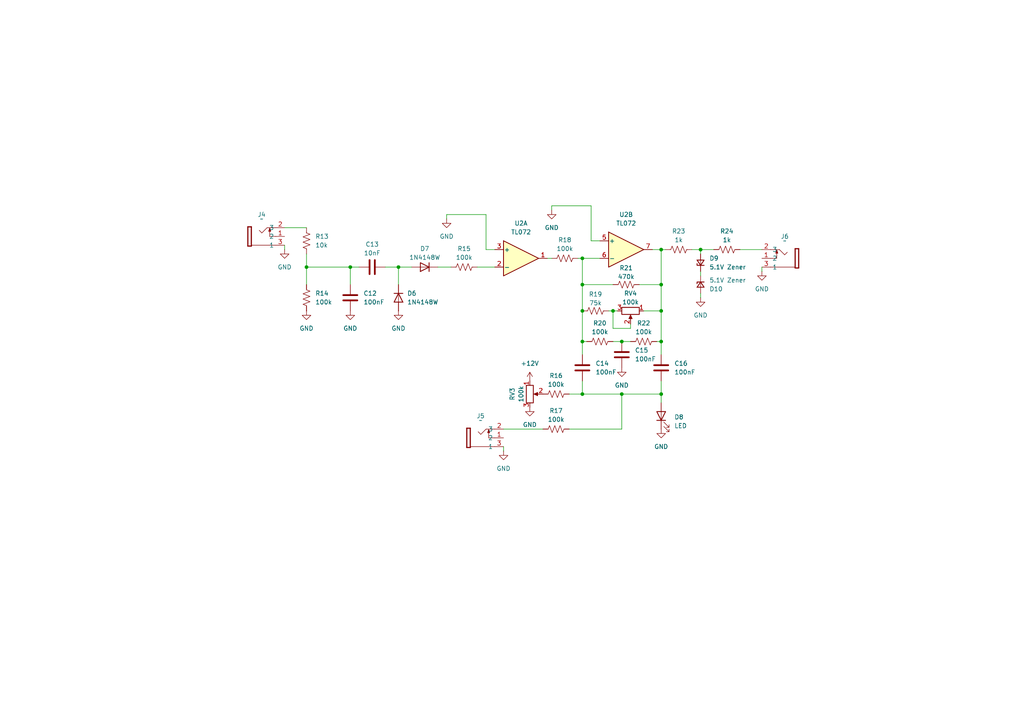
<source format=kicad_sch>
(kicad_sch
	(version 20231120)
	(generator "eeschema")
	(generator_version "8.0")
	(uuid "412bead8-c037-444d-9327-37188930443c")
	(paper "A4")
	(lib_symbols
		(symbol "Amplifier_Operational:TL082"
			(pin_names
				(offset 0.127)
			)
			(exclude_from_sim no)
			(in_bom yes)
			(on_board yes)
			(property "Reference" "U"
				(at 0 5.08 0)
				(effects
					(font
						(size 1.27 1.27)
					)
					(justify left)
				)
			)
			(property "Value" "TL082"
				(at 0 -5.08 0)
				(effects
					(font
						(size 1.27 1.27)
					)
					(justify left)
				)
			)
			(property "Footprint" ""
				(at 0 0 0)
				(effects
					(font
						(size 1.27 1.27)
					)
					(hide yes)
				)
			)
			(property "Datasheet" "http://www.ti.com/lit/ds/symlink/tl081.pdf"
				(at 0 0 0)
				(effects
					(font
						(size 1.27 1.27)
					)
					(hide yes)
				)
			)
			(property "Description" "Dual JFET-Input Operational Amplifiers, DIP-8/SOIC-8/SSOP-8"
				(at 0 0 0)
				(effects
					(font
						(size 1.27 1.27)
					)
					(hide yes)
				)
			)
			(property "ki_locked" ""
				(at 0 0 0)
				(effects
					(font
						(size 1.27 1.27)
					)
				)
			)
			(property "ki_keywords" "dual opamp"
				(at 0 0 0)
				(effects
					(font
						(size 1.27 1.27)
					)
					(hide yes)
				)
			)
			(property "ki_fp_filters" "SOIC*3.9x4.9mm*P1.27mm* DIP*W7.62mm* TO*99* OnSemi*Micro8* TSSOP*3x3mm*P0.65mm* TSSOP*4.4x3mm*P0.65mm* MSOP*3x3mm*P0.65mm* SSOP*3.9x4.9mm*P0.635mm* LFCSP*2x2mm*P0.5mm* *SIP* SOIC*5.3x6.2mm*P1.27mm*"
				(at 0 0 0)
				(effects
					(font
						(size 1.27 1.27)
					)
					(hide yes)
				)
			)
			(symbol "TL082_1_1"
				(polyline
					(pts
						(xy -5.08 5.08) (xy 5.08 0) (xy -5.08 -5.08) (xy -5.08 5.08)
					)
					(stroke
						(width 0.254)
						(type default)
					)
					(fill
						(type background)
					)
				)
				(pin output line
					(at 7.62 0 180)
					(length 2.54)
					(name "~"
						(effects
							(font
								(size 1.27 1.27)
							)
						)
					)
					(number "1"
						(effects
							(font
								(size 1.27 1.27)
							)
						)
					)
				)
				(pin input line
					(at -7.62 -2.54 0)
					(length 2.54)
					(name "-"
						(effects
							(font
								(size 1.27 1.27)
							)
						)
					)
					(number "2"
						(effects
							(font
								(size 1.27 1.27)
							)
						)
					)
				)
				(pin input line
					(at -7.62 2.54 0)
					(length 2.54)
					(name "+"
						(effects
							(font
								(size 1.27 1.27)
							)
						)
					)
					(number "3"
						(effects
							(font
								(size 1.27 1.27)
							)
						)
					)
				)
			)
			(symbol "TL082_2_1"
				(polyline
					(pts
						(xy -5.08 5.08) (xy 5.08 0) (xy -5.08 -5.08) (xy -5.08 5.08)
					)
					(stroke
						(width 0.254)
						(type default)
					)
					(fill
						(type background)
					)
				)
				(pin input line
					(at -7.62 2.54 0)
					(length 2.54)
					(name "+"
						(effects
							(font
								(size 1.27 1.27)
							)
						)
					)
					(number "5"
						(effects
							(font
								(size 1.27 1.27)
							)
						)
					)
				)
				(pin input line
					(at -7.62 -2.54 0)
					(length 2.54)
					(name "-"
						(effects
							(font
								(size 1.27 1.27)
							)
						)
					)
					(number "6"
						(effects
							(font
								(size 1.27 1.27)
							)
						)
					)
				)
				(pin output line
					(at 7.62 0 180)
					(length 2.54)
					(name "~"
						(effects
							(font
								(size 1.27 1.27)
							)
						)
					)
					(number "7"
						(effects
							(font
								(size 1.27 1.27)
							)
						)
					)
				)
			)
			(symbol "TL082_3_1"
				(pin power_in line
					(at -2.54 -7.62 90)
					(length 3.81)
					(name "V-"
						(effects
							(font
								(size 1.27 1.27)
							)
						)
					)
					(number "4"
						(effects
							(font
								(size 1.27 1.27)
							)
						)
					)
				)
				(pin power_in line
					(at -2.54 7.62 270)
					(length 3.81)
					(name "V+"
						(effects
							(font
								(size 1.27 1.27)
							)
						)
					)
					(number "8"
						(effects
							(font
								(size 1.27 1.27)
							)
						)
					)
				)
			)
		)
		(symbol "Device:C"
			(pin_numbers hide)
			(pin_names
				(offset 0.254)
			)
			(exclude_from_sim no)
			(in_bom yes)
			(on_board yes)
			(property "Reference" "C"
				(at 0.635 2.54 0)
				(effects
					(font
						(size 1.27 1.27)
					)
					(justify left)
				)
			)
			(property "Value" "C"
				(at 0.635 -2.54 0)
				(effects
					(font
						(size 1.27 1.27)
					)
					(justify left)
				)
			)
			(property "Footprint" ""
				(at 0.9652 -3.81 0)
				(effects
					(font
						(size 1.27 1.27)
					)
					(hide yes)
				)
			)
			(property "Datasheet" "~"
				(at 0 0 0)
				(effects
					(font
						(size 1.27 1.27)
					)
					(hide yes)
				)
			)
			(property "Description" "Unpolarized capacitor"
				(at 0 0 0)
				(effects
					(font
						(size 1.27 1.27)
					)
					(hide yes)
				)
			)
			(property "ki_keywords" "cap capacitor"
				(at 0 0 0)
				(effects
					(font
						(size 1.27 1.27)
					)
					(hide yes)
				)
			)
			(property "ki_fp_filters" "C_*"
				(at 0 0 0)
				(effects
					(font
						(size 1.27 1.27)
					)
					(hide yes)
				)
			)
			(symbol "C_0_1"
				(polyline
					(pts
						(xy -2.032 -0.762) (xy 2.032 -0.762)
					)
					(stroke
						(width 0.508)
						(type default)
					)
					(fill
						(type none)
					)
				)
				(polyline
					(pts
						(xy -2.032 0.762) (xy 2.032 0.762)
					)
					(stroke
						(width 0.508)
						(type default)
					)
					(fill
						(type none)
					)
				)
			)
			(symbol "C_1_1"
				(pin passive line
					(at 0 3.81 270)
					(length 2.794)
					(name "~"
						(effects
							(font
								(size 1.27 1.27)
							)
						)
					)
					(number "1"
						(effects
							(font
								(size 1.27 1.27)
							)
						)
					)
				)
				(pin passive line
					(at 0 -3.81 90)
					(length 2.794)
					(name "~"
						(effects
							(font
								(size 1.27 1.27)
							)
						)
					)
					(number "2"
						(effects
							(font
								(size 1.27 1.27)
							)
						)
					)
				)
			)
		)
		(symbol "Device:D_Zener_Small"
			(pin_numbers hide)
			(pin_names
				(offset 0.254) hide)
			(exclude_from_sim no)
			(in_bom yes)
			(on_board yes)
			(property "Reference" "D"
				(at 0 2.286 0)
				(effects
					(font
						(size 1.27 1.27)
					)
				)
			)
			(property "Value" "D_Zener_Small"
				(at 0 -2.286 0)
				(effects
					(font
						(size 1.27 1.27)
					)
				)
			)
			(property "Footprint" ""
				(at 0 0 90)
				(effects
					(font
						(size 1.27 1.27)
					)
					(hide yes)
				)
			)
			(property "Datasheet" "~"
				(at 0 0 90)
				(effects
					(font
						(size 1.27 1.27)
					)
					(hide yes)
				)
			)
			(property "Description" "Zener diode, small symbol"
				(at 0 0 0)
				(effects
					(font
						(size 1.27 1.27)
					)
					(hide yes)
				)
			)
			(property "ki_keywords" "diode"
				(at 0 0 0)
				(effects
					(font
						(size 1.27 1.27)
					)
					(hide yes)
				)
			)
			(property "ki_fp_filters" "TO-???* *_Diode_* *SingleDiode* D_*"
				(at 0 0 0)
				(effects
					(font
						(size 1.27 1.27)
					)
					(hide yes)
				)
			)
			(symbol "D_Zener_Small_0_1"
				(polyline
					(pts
						(xy 0.762 0) (xy -0.762 0)
					)
					(stroke
						(width 0)
						(type default)
					)
					(fill
						(type none)
					)
				)
				(polyline
					(pts
						(xy -0.254 1.016) (xy -0.762 1.016) (xy -0.762 -1.016)
					)
					(stroke
						(width 0.254)
						(type default)
					)
					(fill
						(type none)
					)
				)
				(polyline
					(pts
						(xy 0.762 1.016) (xy -0.762 0) (xy 0.762 -1.016) (xy 0.762 1.016)
					)
					(stroke
						(width 0.254)
						(type default)
					)
					(fill
						(type none)
					)
				)
			)
			(symbol "D_Zener_Small_1_1"
				(pin passive line
					(at -2.54 0 0)
					(length 1.778)
					(name "K"
						(effects
							(font
								(size 1.27 1.27)
							)
						)
					)
					(number "1"
						(effects
							(font
								(size 1.27 1.27)
							)
						)
					)
				)
				(pin passive line
					(at 2.54 0 180)
					(length 1.778)
					(name "A"
						(effects
							(font
								(size 1.27 1.27)
							)
						)
					)
					(number "2"
						(effects
							(font
								(size 1.27 1.27)
							)
						)
					)
				)
			)
		)
		(symbol "Device:LED"
			(pin_numbers hide)
			(pin_names
				(offset 1.016) hide)
			(exclude_from_sim no)
			(in_bom yes)
			(on_board yes)
			(property "Reference" "D"
				(at 0 2.54 0)
				(effects
					(font
						(size 1.27 1.27)
					)
				)
			)
			(property "Value" "LED"
				(at 0 -2.54 0)
				(effects
					(font
						(size 1.27 1.27)
					)
				)
			)
			(property "Footprint" ""
				(at 0 0 0)
				(effects
					(font
						(size 1.27 1.27)
					)
					(hide yes)
				)
			)
			(property "Datasheet" "~"
				(at 0 0 0)
				(effects
					(font
						(size 1.27 1.27)
					)
					(hide yes)
				)
			)
			(property "Description" "Light emitting diode"
				(at 0 0 0)
				(effects
					(font
						(size 1.27 1.27)
					)
					(hide yes)
				)
			)
			(property "ki_keywords" "LED diode"
				(at 0 0 0)
				(effects
					(font
						(size 1.27 1.27)
					)
					(hide yes)
				)
			)
			(property "ki_fp_filters" "LED* LED_SMD:* LED_THT:*"
				(at 0 0 0)
				(effects
					(font
						(size 1.27 1.27)
					)
					(hide yes)
				)
			)
			(symbol "LED_0_1"
				(polyline
					(pts
						(xy -1.27 -1.27) (xy -1.27 1.27)
					)
					(stroke
						(width 0.254)
						(type default)
					)
					(fill
						(type none)
					)
				)
				(polyline
					(pts
						(xy -1.27 0) (xy 1.27 0)
					)
					(stroke
						(width 0)
						(type default)
					)
					(fill
						(type none)
					)
				)
				(polyline
					(pts
						(xy 1.27 -1.27) (xy 1.27 1.27) (xy -1.27 0) (xy 1.27 -1.27)
					)
					(stroke
						(width 0.254)
						(type default)
					)
					(fill
						(type none)
					)
				)
				(polyline
					(pts
						(xy -3.048 -0.762) (xy -4.572 -2.286) (xy -3.81 -2.286) (xy -4.572 -2.286) (xy -4.572 -1.524)
					)
					(stroke
						(width 0)
						(type default)
					)
					(fill
						(type none)
					)
				)
				(polyline
					(pts
						(xy -1.778 -0.762) (xy -3.302 -2.286) (xy -2.54 -2.286) (xy -3.302 -2.286) (xy -3.302 -1.524)
					)
					(stroke
						(width 0)
						(type default)
					)
					(fill
						(type none)
					)
				)
			)
			(symbol "LED_1_1"
				(pin passive line
					(at -3.81 0 0)
					(length 2.54)
					(name "K"
						(effects
							(font
								(size 1.27 1.27)
							)
						)
					)
					(number "1"
						(effects
							(font
								(size 1.27 1.27)
							)
						)
					)
				)
				(pin passive line
					(at 3.81 0 180)
					(length 2.54)
					(name "A"
						(effects
							(font
								(size 1.27 1.27)
							)
						)
					)
					(number "2"
						(effects
							(font
								(size 1.27 1.27)
							)
						)
					)
				)
			)
		)
		(symbol "Device:R_Potentiometer"
			(pin_names
				(offset 1.016) hide)
			(exclude_from_sim no)
			(in_bom yes)
			(on_board yes)
			(property "Reference" "RV"
				(at -4.445 0 90)
				(effects
					(font
						(size 1.27 1.27)
					)
				)
			)
			(property "Value" "R_Potentiometer"
				(at -2.54 0 90)
				(effects
					(font
						(size 1.27 1.27)
					)
				)
			)
			(property "Footprint" ""
				(at 0 0 0)
				(effects
					(font
						(size 1.27 1.27)
					)
					(hide yes)
				)
			)
			(property "Datasheet" "~"
				(at 0 0 0)
				(effects
					(font
						(size 1.27 1.27)
					)
					(hide yes)
				)
			)
			(property "Description" "Potentiometer"
				(at 0 0 0)
				(effects
					(font
						(size 1.27 1.27)
					)
					(hide yes)
				)
			)
			(property "ki_keywords" "resistor variable"
				(at 0 0 0)
				(effects
					(font
						(size 1.27 1.27)
					)
					(hide yes)
				)
			)
			(property "ki_fp_filters" "Potentiometer*"
				(at 0 0 0)
				(effects
					(font
						(size 1.27 1.27)
					)
					(hide yes)
				)
			)
			(symbol "R_Potentiometer_0_1"
				(polyline
					(pts
						(xy 2.54 0) (xy 1.524 0)
					)
					(stroke
						(width 0)
						(type default)
					)
					(fill
						(type none)
					)
				)
				(polyline
					(pts
						(xy 1.143 0) (xy 2.286 0.508) (xy 2.286 -0.508) (xy 1.143 0)
					)
					(stroke
						(width 0)
						(type default)
					)
					(fill
						(type outline)
					)
				)
				(rectangle
					(start 1.016 2.54)
					(end -1.016 -2.54)
					(stroke
						(width 0.254)
						(type default)
					)
					(fill
						(type none)
					)
				)
			)
			(symbol "R_Potentiometer_1_1"
				(pin passive line
					(at 0 3.81 270)
					(length 1.27)
					(name "1"
						(effects
							(font
								(size 1.27 1.27)
							)
						)
					)
					(number "1"
						(effects
							(font
								(size 1.27 1.27)
							)
						)
					)
				)
				(pin passive line
					(at 3.81 0 180)
					(length 1.27)
					(name "2"
						(effects
							(font
								(size 1.27 1.27)
							)
						)
					)
					(number "2"
						(effects
							(font
								(size 1.27 1.27)
							)
						)
					)
				)
				(pin passive line
					(at 0 -3.81 90)
					(length 1.27)
					(name "3"
						(effects
							(font
								(size 1.27 1.27)
							)
						)
					)
					(number "3"
						(effects
							(font
								(size 1.27 1.27)
							)
						)
					)
				)
			)
		)
		(symbol "Device:R_US"
			(pin_numbers hide)
			(pin_names
				(offset 0)
			)
			(exclude_from_sim no)
			(in_bom yes)
			(on_board yes)
			(property "Reference" "R"
				(at 2.54 0 90)
				(effects
					(font
						(size 1.27 1.27)
					)
				)
			)
			(property "Value" "R_US"
				(at -2.54 0 90)
				(effects
					(font
						(size 1.27 1.27)
					)
				)
			)
			(property "Footprint" ""
				(at 1.016 -0.254 90)
				(effects
					(font
						(size 1.27 1.27)
					)
					(hide yes)
				)
			)
			(property "Datasheet" "~"
				(at 0 0 0)
				(effects
					(font
						(size 1.27 1.27)
					)
					(hide yes)
				)
			)
			(property "Description" "Resistor, US symbol"
				(at 0 0 0)
				(effects
					(font
						(size 1.27 1.27)
					)
					(hide yes)
				)
			)
			(property "ki_keywords" "R res resistor"
				(at 0 0 0)
				(effects
					(font
						(size 1.27 1.27)
					)
					(hide yes)
				)
			)
			(property "ki_fp_filters" "R_*"
				(at 0 0 0)
				(effects
					(font
						(size 1.27 1.27)
					)
					(hide yes)
				)
			)
			(symbol "R_US_0_1"
				(polyline
					(pts
						(xy 0 -2.286) (xy 0 -2.54)
					)
					(stroke
						(width 0)
						(type default)
					)
					(fill
						(type none)
					)
				)
				(polyline
					(pts
						(xy 0 2.286) (xy 0 2.54)
					)
					(stroke
						(width 0)
						(type default)
					)
					(fill
						(type none)
					)
				)
				(polyline
					(pts
						(xy 0 -0.762) (xy 1.016 -1.143) (xy 0 -1.524) (xy -1.016 -1.905) (xy 0 -2.286)
					)
					(stroke
						(width 0)
						(type default)
					)
					(fill
						(type none)
					)
				)
				(polyline
					(pts
						(xy 0 0.762) (xy 1.016 0.381) (xy 0 0) (xy -1.016 -0.381) (xy 0 -0.762)
					)
					(stroke
						(width 0)
						(type default)
					)
					(fill
						(type none)
					)
				)
				(polyline
					(pts
						(xy 0 2.286) (xy 1.016 1.905) (xy 0 1.524) (xy -1.016 1.143) (xy 0 0.762)
					)
					(stroke
						(width 0)
						(type default)
					)
					(fill
						(type none)
					)
				)
			)
			(symbol "R_US_1_1"
				(pin passive line
					(at 0 3.81 270)
					(length 1.27)
					(name "~"
						(effects
							(font
								(size 1.27 1.27)
							)
						)
					)
					(number "1"
						(effects
							(font
								(size 1.27 1.27)
							)
						)
					)
				)
				(pin passive line
					(at 0 -3.81 90)
					(length 1.27)
					(name "~"
						(effects
							(font
								(size 1.27 1.27)
							)
						)
					)
					(number "2"
						(effects
							(font
								(size 1.27 1.27)
							)
						)
					)
				)
			)
		)
		(symbol "Diode:1N4148W"
			(pin_numbers hide)
			(pin_names hide)
			(exclude_from_sim no)
			(in_bom yes)
			(on_board yes)
			(property "Reference" "D"
				(at 0 2.54 0)
				(effects
					(font
						(size 1.27 1.27)
					)
				)
			)
			(property "Value" "1N4148W"
				(at 0 -2.54 0)
				(effects
					(font
						(size 1.27 1.27)
					)
				)
			)
			(property "Footprint" "Diode_SMD:D_SOD-123"
				(at 0 -4.445 0)
				(effects
					(font
						(size 1.27 1.27)
					)
					(hide yes)
				)
			)
			(property "Datasheet" "https://www.vishay.com/docs/85748/1n4148w.pdf"
				(at 0 0 0)
				(effects
					(font
						(size 1.27 1.27)
					)
					(hide yes)
				)
			)
			(property "Description" "75V 0.15A Fast Switching Diode, SOD-123"
				(at 0 0 0)
				(effects
					(font
						(size 1.27 1.27)
					)
					(hide yes)
				)
			)
			(property "Sim.Device" "D"
				(at 0 0 0)
				(effects
					(font
						(size 1.27 1.27)
					)
					(hide yes)
				)
			)
			(property "Sim.Pins" "1=K 2=A"
				(at 0 0 0)
				(effects
					(font
						(size 1.27 1.27)
					)
					(hide yes)
				)
			)
			(property "ki_keywords" "diode"
				(at 0 0 0)
				(effects
					(font
						(size 1.27 1.27)
					)
					(hide yes)
				)
			)
			(property "ki_fp_filters" "D*SOD?123*"
				(at 0 0 0)
				(effects
					(font
						(size 1.27 1.27)
					)
					(hide yes)
				)
			)
			(symbol "1N4148W_0_1"
				(polyline
					(pts
						(xy -1.27 1.27) (xy -1.27 -1.27)
					)
					(stroke
						(width 0.254)
						(type default)
					)
					(fill
						(type none)
					)
				)
				(polyline
					(pts
						(xy 1.27 0) (xy -1.27 0)
					)
					(stroke
						(width 0)
						(type default)
					)
					(fill
						(type none)
					)
				)
				(polyline
					(pts
						(xy 1.27 1.27) (xy 1.27 -1.27) (xy -1.27 0) (xy 1.27 1.27)
					)
					(stroke
						(width 0.254)
						(type default)
					)
					(fill
						(type none)
					)
				)
			)
			(symbol "1N4148W_1_1"
				(pin passive line
					(at -3.81 0 0)
					(length 2.54)
					(name "K"
						(effects
							(font
								(size 1.27 1.27)
							)
						)
					)
					(number "1"
						(effects
							(font
								(size 1.27 1.27)
							)
						)
					)
				)
				(pin passive line
					(at 3.81 0 180)
					(length 2.54)
					(name "A"
						(effects
							(font
								(size 1.27 1.27)
							)
						)
					)
					(number "2"
						(effects
							(font
								(size 1.27 1.27)
							)
						)
					)
				)
			)
		)
		(symbol "eurorack-connectors:Thonkiconn-Jack"
			(exclude_from_sim no)
			(in_bom yes)
			(on_board yes)
			(property "Reference" "J"
				(at 0 -5.08 0)
				(effects
					(font
						(size 1.27 1.27)
					)
				)
			)
			(property "Value" ""
				(at 0 -5.08 0)
				(effects
					(font
						(size 1.27 1.27)
					)
				)
			)
			(property "Footprint" "eurorack-jacks:Thonkiconn-Jack"
				(at 0 -5.08 0)
				(effects
					(font
						(size 1.27 1.27)
					)
					(hide yes)
				)
			)
			(property "Datasheet" ""
				(at 0 -5.08 0)
				(effects
					(font
						(size 1.27 1.27)
					)
					(hide yes)
				)
			)
			(property "Description" ""
				(at 0 -5.08 0)
				(effects
					(font
						(size 1.27 1.27)
					)
					(hide yes)
				)
			)
			(symbol "Thonkiconn-Jack_1_0"
				(polyline
					(pts
						(xy -5.586 -2.794) (xy -5.586 2.794)
					)
					(stroke
						(width 0.333)
						(type solid)
					)
					(fill
						(type none)
					)
				)
				(polyline
					(pts
						(xy -5.586 2.794) (xy -4.57 2.794)
					)
					(stroke
						(width 0.333)
						(type solid)
					)
					(fill
						(type none)
					)
				)
				(polyline
					(pts
						(xy -4.57 -2.794) (xy -5.586 -2.794)
					)
					(stroke
						(width 0.333)
						(type solid)
					)
					(fill
						(type none)
					)
				)
				(polyline
					(pts
						(xy -4.57 2.794) (xy -4.57 -2.794)
					)
					(stroke
						(width 0.333)
						(type solid)
					)
					(fill
						(type none)
					)
				)
				(polyline
					(pts
						(xy -1.524 1.016) (xy -2.286 1.778)
					)
					(stroke
						(width 0.152)
						(type solid)
					)
					(fill
						(type none)
					)
				)
				(polyline
					(pts
						(xy 0 2.54) (xy -1.524 1.016)
					)
					(stroke
						(width 0.152)
						(type solid)
					)
					(fill
						(type none)
					)
				)
				(polyline
					(pts
						(xy 0.508 1.524) (xy 0.762 2.286)
					)
					(stroke
						(width 0.254)
						(type solid)
					)
					(fill
						(type none)
					)
				)
				(polyline
					(pts
						(xy 0.762 0) (xy 0.762 2.286)
					)
					(stroke
						(width 0.152)
						(type solid)
					)
					(fill
						(type none)
					)
				)
				(polyline
					(pts
						(xy 0.762 2.286) (xy 1.016 1.524)
					)
					(stroke
						(width 0.254)
						(type solid)
					)
					(fill
						(type none)
					)
				)
				(polyline
					(pts
						(xy 1.016 1.524) (xy 0.508 1.524)
					)
					(stroke
						(width 0.254)
						(type solid)
					)
					(fill
						(type none)
					)
				)
				(polyline
					(pts
						(xy 2.54 -2.54) (xy -4.572 -2.54)
					)
					(stroke
						(width 0.152)
						(type solid)
					)
					(fill
						(type none)
					)
				)
				(polyline
					(pts
						(xy 2.54 0) (xy 0.762 0)
					)
					(stroke
						(width 0.152)
						(type solid)
					)
					(fill
						(type none)
					)
				)
				(polyline
					(pts
						(xy 2.54 2.54) (xy 0 2.54)
					)
					(stroke
						(width 0.152)
						(type solid)
					)
					(fill
						(type none)
					)
				)
				(pin passive line
					(at 5.08 0 180)
					(length 2.54)
					(name "2"
						(effects
							(font
								(size 1.27 1.27)
							)
						)
					)
					(number "1"
						(effects
							(font
								(size 1.27 1.27)
							)
						)
					)
				)
				(pin passive line
					(at 5.08 2.54 180)
					(length 2.54)
					(name "3"
						(effects
							(font
								(size 1.27 1.27)
							)
						)
					)
					(number "2"
						(effects
							(font
								(size 1.27 1.27)
							)
						)
					)
				)
				(pin passive line
					(at 5.08 -2.54 180)
					(length 2.54)
					(name "1"
						(effects
							(font
								(size 1.27 1.27)
							)
						)
					)
					(number "3"
						(effects
							(font
								(size 1.27 1.27)
							)
						)
					)
				)
			)
		)
		(symbol "power:+12V"
			(power)
			(pin_numbers hide)
			(pin_names
				(offset 0) hide)
			(exclude_from_sim no)
			(in_bom yes)
			(on_board yes)
			(property "Reference" "#PWR"
				(at 0 -3.81 0)
				(effects
					(font
						(size 1.27 1.27)
					)
					(hide yes)
				)
			)
			(property "Value" "+12V"
				(at 0 3.556 0)
				(effects
					(font
						(size 1.27 1.27)
					)
				)
			)
			(property "Footprint" ""
				(at 0 0 0)
				(effects
					(font
						(size 1.27 1.27)
					)
					(hide yes)
				)
			)
			(property "Datasheet" ""
				(at 0 0 0)
				(effects
					(font
						(size 1.27 1.27)
					)
					(hide yes)
				)
			)
			(property "Description" "Power symbol creates a global label with name \"+12V\""
				(at 0 0 0)
				(effects
					(font
						(size 1.27 1.27)
					)
					(hide yes)
				)
			)
			(property "ki_keywords" "global power"
				(at 0 0 0)
				(effects
					(font
						(size 1.27 1.27)
					)
					(hide yes)
				)
			)
			(symbol "+12V_0_1"
				(polyline
					(pts
						(xy -0.762 1.27) (xy 0 2.54)
					)
					(stroke
						(width 0)
						(type default)
					)
					(fill
						(type none)
					)
				)
				(polyline
					(pts
						(xy 0 0) (xy 0 2.54)
					)
					(stroke
						(width 0)
						(type default)
					)
					(fill
						(type none)
					)
				)
				(polyline
					(pts
						(xy 0 2.54) (xy 0.762 1.27)
					)
					(stroke
						(width 0)
						(type default)
					)
					(fill
						(type none)
					)
				)
			)
			(symbol "+12V_1_1"
				(pin power_in line
					(at 0 0 90)
					(length 0)
					(name "~"
						(effects
							(font
								(size 1.27 1.27)
							)
						)
					)
					(number "1"
						(effects
							(font
								(size 1.27 1.27)
							)
						)
					)
				)
			)
		)
		(symbol "power:GND"
			(power)
			(pin_numbers hide)
			(pin_names
				(offset 0) hide)
			(exclude_from_sim no)
			(in_bom yes)
			(on_board yes)
			(property "Reference" "#PWR"
				(at 0 -6.35 0)
				(effects
					(font
						(size 1.27 1.27)
					)
					(hide yes)
				)
			)
			(property "Value" "GND"
				(at 0 -3.81 0)
				(effects
					(font
						(size 1.27 1.27)
					)
				)
			)
			(property "Footprint" ""
				(at 0 0 0)
				(effects
					(font
						(size 1.27 1.27)
					)
					(hide yes)
				)
			)
			(property "Datasheet" ""
				(at 0 0 0)
				(effects
					(font
						(size 1.27 1.27)
					)
					(hide yes)
				)
			)
			(property "Description" "Power symbol creates a global label with name \"GND\" , ground"
				(at 0 0 0)
				(effects
					(font
						(size 1.27 1.27)
					)
					(hide yes)
				)
			)
			(property "ki_keywords" "global power"
				(at 0 0 0)
				(effects
					(font
						(size 1.27 1.27)
					)
					(hide yes)
				)
			)
			(symbol "GND_0_1"
				(polyline
					(pts
						(xy 0 0) (xy 0 -1.27) (xy 1.27 -1.27) (xy 0 -2.54) (xy -1.27 -1.27) (xy 0 -1.27)
					)
					(stroke
						(width 0)
						(type default)
					)
					(fill
						(type none)
					)
				)
			)
			(symbol "GND_1_1"
				(pin power_in line
					(at 0 0 270)
					(length 0)
					(name "~"
						(effects
							(font
								(size 1.27 1.27)
							)
						)
					)
					(number "1"
						(effects
							(font
								(size 1.27 1.27)
							)
						)
					)
				)
			)
		)
	)
	(junction
		(at 168.91 74.93)
		(diameter 0)
		(color 0 0 0 0)
		(uuid "0d0d2c86-ae38-497d-9a42-ccc97bfadbb5")
	)
	(junction
		(at 168.91 114.3)
		(diameter 0)
		(color 0 0 0 0)
		(uuid "0fb9f2a4-9fa8-43d4-bd8d-9e367e9f6c17")
	)
	(junction
		(at 191.77 114.3)
		(diameter 0)
		(color 0 0 0 0)
		(uuid "1ea9e1c2-f108-42ba-bea9-4d643c43a578")
	)
	(junction
		(at 191.77 99.06)
		(diameter 0)
		(color 0 0 0 0)
		(uuid "5c8646ad-26f6-47a6-bffc-7918ae4d64e6")
	)
	(junction
		(at 191.77 90.17)
		(diameter 0)
		(color 0 0 0 0)
		(uuid "75803dcf-01b6-4d68-a502-38684fd5f6a8")
	)
	(junction
		(at 101.6 77.47)
		(diameter 0)
		(color 0 0 0 0)
		(uuid "759a7b63-d2c3-4ce5-8bfb-88feac8e3024")
	)
	(junction
		(at 180.34 99.06)
		(diameter 0)
		(color 0 0 0 0)
		(uuid "85c66e1e-9fda-4404-89a2-ff2d92e01a2e")
	)
	(junction
		(at 88.9 77.47)
		(diameter 0)
		(color 0 0 0 0)
		(uuid "9b55c06b-eb58-4908-8a63-e6f44e26c488")
	)
	(junction
		(at 203.2 72.39)
		(diameter 0)
		(color 0 0 0 0)
		(uuid "9d7ccc3a-d3c3-4a51-b0f9-e73409d2b615")
	)
	(junction
		(at 180.34 114.3)
		(diameter 0)
		(color 0 0 0 0)
		(uuid "a4d19e34-6e88-431c-9e18-2c55af0fd4dc")
	)
	(junction
		(at 191.77 72.39)
		(diameter 0)
		(color 0 0 0 0)
		(uuid "a9216db3-7714-4ce4-a731-360f88170f26")
	)
	(junction
		(at 168.91 90.17)
		(diameter 0)
		(color 0 0 0 0)
		(uuid "ba574824-ab87-42c6-bf93-14d622c16a73")
	)
	(junction
		(at 177.8 90.17)
		(diameter 0)
		(color 0 0 0 0)
		(uuid "bec3d1df-696e-49e2-b586-4d6454b84afe")
	)
	(junction
		(at 115.57 77.47)
		(diameter 0)
		(color 0 0 0 0)
		(uuid "c356fe78-756d-415e-9d49-296baee2d1a3")
	)
	(junction
		(at 168.91 82.55)
		(diameter 0)
		(color 0 0 0 0)
		(uuid "ce72bce6-c006-4479-932d-b29240e02024")
	)
	(junction
		(at 168.91 99.06)
		(diameter 0)
		(color 0 0 0 0)
		(uuid "d2d70889-6be2-4aaa-8174-151929d6e65e")
	)
	(junction
		(at 191.77 82.55)
		(diameter 0)
		(color 0 0 0 0)
		(uuid "ed66842b-a21d-4701-84bc-3cf46bf3fadb")
	)
	(wire
		(pts
			(xy 168.91 90.17) (xy 168.91 99.06)
		)
		(stroke
			(width 0)
			(type default)
		)
		(uuid "03524e6f-0ccd-4306-9ab0-660399d25429")
	)
	(wire
		(pts
			(xy 171.45 59.69) (xy 160.02 59.69)
		)
		(stroke
			(width 0)
			(type default)
		)
		(uuid "0ee4654f-8a95-4c15-a393-10d11f194254")
	)
	(wire
		(pts
			(xy 168.91 99.06) (xy 168.91 102.87)
		)
		(stroke
			(width 0)
			(type default)
		)
		(uuid "19045a51-8724-42b4-8a71-80a82c46fc87")
	)
	(wire
		(pts
			(xy 191.77 110.49) (xy 191.77 114.3)
		)
		(stroke
			(width 0)
			(type default)
		)
		(uuid "1f9405a8-1779-49b6-aa02-c61911280430")
	)
	(wire
		(pts
			(xy 138.43 77.47) (xy 143.51 77.47)
		)
		(stroke
			(width 0)
			(type default)
		)
		(uuid "2130d519-2410-4b6d-8245-c9cf8100a6c9")
	)
	(wire
		(pts
			(xy 180.34 124.46) (xy 180.34 114.3)
		)
		(stroke
			(width 0)
			(type default)
		)
		(uuid "2d94c8f0-f491-42a0-b486-ffed0e1b0744")
	)
	(wire
		(pts
			(xy 173.99 69.85) (xy 171.45 69.85)
		)
		(stroke
			(width 0)
			(type default)
		)
		(uuid "2da4b3fb-6fdc-4a3e-870f-89b8bdb80139")
	)
	(wire
		(pts
			(xy 140.97 62.23) (xy 129.54 62.23)
		)
		(stroke
			(width 0)
			(type default)
		)
		(uuid "2e7ffc83-ac5e-457a-8835-2c19bee43255")
	)
	(wire
		(pts
			(xy 170.18 99.06) (xy 168.91 99.06)
		)
		(stroke
			(width 0)
			(type default)
		)
		(uuid "2f8a4c40-3de4-40f7-b62b-9214f58636ff")
	)
	(wire
		(pts
			(xy 182.88 95.25) (xy 177.8 95.25)
		)
		(stroke
			(width 0)
			(type default)
		)
		(uuid "33158d11-9e57-4b4f-8f6e-4d92fbeb6025")
	)
	(wire
		(pts
			(xy 191.77 114.3) (xy 191.77 116.84)
		)
		(stroke
			(width 0)
			(type default)
		)
		(uuid "34e062c1-cf4d-4325-aaf6-702408e190e8")
	)
	(wire
		(pts
			(xy 168.91 110.49) (xy 168.91 114.3)
		)
		(stroke
			(width 0)
			(type default)
		)
		(uuid "358bde51-866c-4538-b36e-bbedbddcbc5c")
	)
	(wire
		(pts
			(xy 177.8 82.55) (xy 168.91 82.55)
		)
		(stroke
			(width 0)
			(type default)
		)
		(uuid "4103aa4f-adb8-4abf-a1a4-e36c9add7406")
	)
	(wire
		(pts
			(xy 191.77 72.39) (xy 189.23 72.39)
		)
		(stroke
			(width 0)
			(type default)
		)
		(uuid "42fd8604-0b0e-4c10-87ff-7221259a6924")
	)
	(wire
		(pts
			(xy 177.8 95.25) (xy 177.8 90.17)
		)
		(stroke
			(width 0)
			(type default)
		)
		(uuid "48aeee1e-1d14-44c3-a1cb-e059b58d501e")
	)
	(wire
		(pts
			(xy 160.02 59.69) (xy 160.02 60.96)
		)
		(stroke
			(width 0)
			(type default)
		)
		(uuid "5247260e-b23d-4bca-aa5a-550234aaee88")
	)
	(wire
		(pts
			(xy 177.8 90.17) (xy 179.07 90.17)
		)
		(stroke
			(width 0)
			(type default)
		)
		(uuid "53a6e6d2-a215-4b2f-9574-0118b02d6af4")
	)
	(wire
		(pts
			(xy 203.2 78.74) (xy 203.2 80.01)
		)
		(stroke
			(width 0)
			(type default)
		)
		(uuid "54a4da7b-1f07-4146-abca-9056cee96e12")
	)
	(wire
		(pts
			(xy 129.54 62.23) (xy 129.54 63.5)
		)
		(stroke
			(width 0)
			(type default)
		)
		(uuid "56a5c20f-df8e-43fa-a249-d18e503719a8")
	)
	(wire
		(pts
			(xy 182.88 93.98) (xy 182.88 95.25)
		)
		(stroke
			(width 0)
			(type default)
		)
		(uuid "57682b2b-5e6f-4cc7-a41a-267b392c93da")
	)
	(wire
		(pts
			(xy 158.75 74.93) (xy 160.02 74.93)
		)
		(stroke
			(width 0)
			(type default)
		)
		(uuid "5df4c25f-045d-4b2e-960f-c85fe2bf8221")
	)
	(wire
		(pts
			(xy 191.77 82.55) (xy 191.77 72.39)
		)
		(stroke
			(width 0)
			(type default)
		)
		(uuid "5ec83555-c0ec-4add-a363-99622a062707")
	)
	(wire
		(pts
			(xy 190.5 99.06) (xy 191.77 99.06)
		)
		(stroke
			(width 0)
			(type default)
		)
		(uuid "5fb9f315-4ea4-4a7c-870a-a98027e9cfbb")
	)
	(wire
		(pts
			(xy 168.91 114.3) (xy 165.1 114.3)
		)
		(stroke
			(width 0)
			(type default)
		)
		(uuid "60de8f74-86b1-440b-b2b2-b67077c15d93")
	)
	(wire
		(pts
			(xy 203.2 72.39) (xy 203.2 73.66)
		)
		(stroke
			(width 0)
			(type default)
		)
		(uuid "7047b150-acd6-45e6-b103-71e43b348d72")
	)
	(wire
		(pts
			(xy 180.34 114.3) (xy 191.77 114.3)
		)
		(stroke
			(width 0)
			(type default)
		)
		(uuid "7155bb21-226e-4e7d-bd1f-66b39853f3bb")
	)
	(wire
		(pts
			(xy 168.91 82.55) (xy 168.91 90.17)
		)
		(stroke
			(width 0)
			(type default)
		)
		(uuid "76d31b3f-a3f3-4987-a621-6a95661c0b1d")
	)
	(wire
		(pts
			(xy 214.63 72.39) (xy 220.98 72.39)
		)
		(stroke
			(width 0)
			(type default)
		)
		(uuid "789f0842-65cc-4617-b397-598152a96f83")
	)
	(wire
		(pts
			(xy 191.77 82.55) (xy 191.77 90.17)
		)
		(stroke
			(width 0)
			(type default)
		)
		(uuid "7e4ce4ef-67ee-4c76-9742-63e601dad0d5")
	)
	(wire
		(pts
			(xy 180.34 99.06) (xy 182.88 99.06)
		)
		(stroke
			(width 0)
			(type default)
		)
		(uuid "7e4fdc8f-cccc-4641-ac73-37d2f96f9656")
	)
	(wire
		(pts
			(xy 186.69 90.17) (xy 191.77 90.17)
		)
		(stroke
			(width 0)
			(type default)
		)
		(uuid "83e37990-5bcb-4a3a-b099-8f263b95c0a5")
	)
	(wire
		(pts
			(xy 203.2 85.09) (xy 203.2 86.36)
		)
		(stroke
			(width 0)
			(type default)
		)
		(uuid "8e9e2ba6-2da8-421f-8db6-080eff642165")
	)
	(wire
		(pts
			(xy 168.91 82.55) (xy 168.91 74.93)
		)
		(stroke
			(width 0)
			(type default)
		)
		(uuid "8eaf2053-bd63-4ba6-a3db-cf3708c5e173")
	)
	(wire
		(pts
			(xy 146.05 130.81) (xy 146.05 129.54)
		)
		(stroke
			(width 0)
			(type default)
		)
		(uuid "9200d7ae-2d05-40a6-82d3-138b2ac602ef")
	)
	(wire
		(pts
			(xy 191.77 90.17) (xy 191.77 99.06)
		)
		(stroke
			(width 0)
			(type default)
		)
		(uuid "9276d40d-e1dc-4dae-8bac-985b680c84e4")
	)
	(wire
		(pts
			(xy 115.57 77.47) (xy 119.38 77.47)
		)
		(stroke
			(width 0)
			(type default)
		)
		(uuid "965ef101-d89b-4ff7-aaaf-ed9ba7454b4e")
	)
	(wire
		(pts
			(xy 143.51 72.39) (xy 140.97 72.39)
		)
		(stroke
			(width 0)
			(type default)
		)
		(uuid "971bdb9c-8e79-40fd-9121-5a1d878a1f09")
	)
	(wire
		(pts
			(xy 177.8 99.06) (xy 180.34 99.06)
		)
		(stroke
			(width 0)
			(type default)
		)
		(uuid "98138970-9ef5-4e41-aca5-79f6cd48768c")
	)
	(wire
		(pts
			(xy 171.45 69.85) (xy 171.45 59.69)
		)
		(stroke
			(width 0)
			(type default)
		)
		(uuid "a162dd6c-209f-4e73-a37a-5cb45183c1dc")
	)
	(wire
		(pts
			(xy 191.77 72.39) (xy 193.04 72.39)
		)
		(stroke
			(width 0)
			(type default)
		)
		(uuid "a4c48a78-8f46-4b4e-98cb-92613cc2e676")
	)
	(wire
		(pts
			(xy 82.55 66.04) (xy 88.9 66.04)
		)
		(stroke
			(width 0)
			(type default)
		)
		(uuid "aa59c4d0-be0b-43ba-aa50-851777dc295c")
	)
	(wire
		(pts
			(xy 101.6 77.47) (xy 104.14 77.47)
		)
		(stroke
			(width 0)
			(type default)
		)
		(uuid "adf0a6e1-055f-4bf6-832e-915f1299565d")
	)
	(wire
		(pts
			(xy 127 77.47) (xy 130.81 77.47)
		)
		(stroke
			(width 0)
			(type default)
		)
		(uuid "b6a4200b-b155-45e6-a25a-413bc908e049")
	)
	(wire
		(pts
			(xy 168.91 74.93) (xy 173.99 74.93)
		)
		(stroke
			(width 0)
			(type default)
		)
		(uuid "bea60076-904f-48c1-ac06-8bcb0ddb43d9")
	)
	(wire
		(pts
			(xy 203.2 72.39) (xy 207.01 72.39)
		)
		(stroke
			(width 0)
			(type default)
		)
		(uuid "c162ea32-6085-4589-8a47-8ec00b9226d2")
	)
	(wire
		(pts
			(xy 191.77 99.06) (xy 191.77 102.87)
		)
		(stroke
			(width 0)
			(type default)
		)
		(uuid "c8c20a8a-d9c5-4731-ab50-95f2f9bf85ba")
	)
	(wire
		(pts
			(xy 88.9 77.47) (xy 101.6 77.47)
		)
		(stroke
			(width 0)
			(type default)
		)
		(uuid "cafce178-ad92-4c35-8e67-2ebd0b699a32")
	)
	(wire
		(pts
			(xy 176.53 90.17) (xy 177.8 90.17)
		)
		(stroke
			(width 0)
			(type default)
		)
		(uuid "d545b554-c677-4482-8249-2131d1aba6b9")
	)
	(wire
		(pts
			(xy 167.64 74.93) (xy 168.91 74.93)
		)
		(stroke
			(width 0)
			(type default)
		)
		(uuid "d8c218ae-35c1-4564-ac99-25d82d2be3b9")
	)
	(wire
		(pts
			(xy 165.1 124.46) (xy 180.34 124.46)
		)
		(stroke
			(width 0)
			(type default)
		)
		(uuid "ded286fa-4f1e-40c2-a8f9-4a284eb94862")
	)
	(wire
		(pts
			(xy 115.57 77.47) (xy 115.57 82.55)
		)
		(stroke
			(width 0)
			(type default)
		)
		(uuid "e29c004e-6a98-4ec7-b628-dd56f900f82a")
	)
	(wire
		(pts
			(xy 88.9 73.66) (xy 88.9 77.47)
		)
		(stroke
			(width 0)
			(type default)
		)
		(uuid "e4397b22-61c9-4a19-9975-f9ea53c3c984")
	)
	(wire
		(pts
			(xy 82.55 72.39) (xy 82.55 71.12)
		)
		(stroke
			(width 0)
			(type default)
		)
		(uuid "e556bf7c-a836-44b3-a43b-9a452737071e")
	)
	(wire
		(pts
			(xy 101.6 77.47) (xy 101.6 82.55)
		)
		(stroke
			(width 0)
			(type default)
		)
		(uuid "e6bab36a-f611-4a85-a430-7bd21da25da4")
	)
	(wire
		(pts
			(xy 88.9 77.47) (xy 88.9 82.55)
		)
		(stroke
			(width 0)
			(type default)
		)
		(uuid "e778d408-92ba-4db4-949a-b21397e07633")
	)
	(wire
		(pts
			(xy 146.05 124.46) (xy 157.48 124.46)
		)
		(stroke
			(width 0)
			(type default)
		)
		(uuid "ebc69bdd-581c-4b89-8827-228bc7edbe4c")
	)
	(wire
		(pts
			(xy 180.34 114.3) (xy 168.91 114.3)
		)
		(stroke
			(width 0)
			(type default)
		)
		(uuid "ed6becdc-08b7-4301-8ce9-bb491ca74251")
	)
	(wire
		(pts
			(xy 200.66 72.39) (xy 203.2 72.39)
		)
		(stroke
			(width 0)
			(type default)
		)
		(uuid "f1a21f78-c09c-40a5-9ad9-553a3a9d3450")
	)
	(wire
		(pts
			(xy 111.76 77.47) (xy 115.57 77.47)
		)
		(stroke
			(width 0)
			(type default)
		)
		(uuid "f2586a3b-7b6d-4cce-b468-d8791d2e9fbf")
	)
	(wire
		(pts
			(xy 220.98 78.74) (xy 220.98 77.47)
		)
		(stroke
			(width 0)
			(type default)
		)
		(uuid "f8345088-264f-4b92-8688-0f763b225d44")
	)
	(wire
		(pts
			(xy 185.42 82.55) (xy 191.77 82.55)
		)
		(stroke
			(width 0)
			(type default)
		)
		(uuid "fd24a233-6c13-4024-b23a-90c9ad8b6f4a")
	)
	(wire
		(pts
			(xy 140.97 72.39) (xy 140.97 62.23)
		)
		(stroke
			(width 0)
			(type default)
		)
		(uuid "fe3f2401-97dc-478d-bbe1-3ca63fafe2be")
	)
	(symbol
		(lib_id "Device:LED")
		(at 191.77 120.65 90)
		(unit 1)
		(exclude_from_sim no)
		(in_bom yes)
		(on_board yes)
		(dnp no)
		(fields_autoplaced yes)
		(uuid "03ee252c-b0cf-4c53-bd73-39190ad3bb0a")
		(property "Reference" "D8"
			(at 195.58 120.9674 90)
			(effects
				(font
					(size 1.27 1.27)
				)
				(justify right)
			)
		)
		(property "Value" "LED"
			(at 195.58 123.5074 90)
			(effects
				(font
					(size 1.27 1.27)
				)
				(justify right)
			)
		)
		(property "Footprint" "LED_THT:LED_D3.0mm"
			(at 191.77 120.65 0)
			(effects
				(font
					(size 1.27 1.27)
				)
				(hide yes)
			)
		)
		(property "Datasheet" "~"
			(at 191.77 120.65 0)
			(effects
				(font
					(size 1.27 1.27)
				)
				(hide yes)
			)
		)
		(property "Description" "Light emitting diode"
			(at 191.77 120.65 0)
			(effects
				(font
					(size 1.27 1.27)
				)
				(hide yes)
			)
		)
		(pin "2"
			(uuid "24666218-b1e0-4ccb-ab03-f6729576ca5e")
		)
		(pin "1"
			(uuid "5437cab2-3124-4f17-96db-12d6bdfaed3b")
		)
		(instances
			(project "bong0-fury"
				(path "/d7fbf0fc-2e72-47ef-ad93-715244ab8590/c5e957e8-8aeb-4654-ba2e-0f4ce9e75baf"
					(reference "D8")
					(unit 1)
				)
			)
		)
	)
	(symbol
		(lib_id "Amplifier_Operational:TL082")
		(at 181.61 72.39 0)
		(unit 2)
		(exclude_from_sim no)
		(in_bom yes)
		(on_board yes)
		(dnp no)
		(fields_autoplaced yes)
		(uuid "0cf857ab-0265-465a-9c75-abfaaa7630bf")
		(property "Reference" "U2"
			(at 181.61 62.23 0)
			(effects
				(font
					(size 1.27 1.27)
				)
			)
		)
		(property "Value" "TL072"
			(at 181.61 64.77 0)
			(effects
				(font
					(size 1.27 1.27)
				)
			)
		)
		(property "Footprint" "Package_SO:TSSOP-8_4.4x3mm_P0.65mm"
			(at 181.61 72.39 0)
			(effects
				(font
					(size 1.27 1.27)
				)
				(hide yes)
			)
		)
		(property "Datasheet" "http://www.ti.com/lit/ds/symlink/tl081.pdf"
			(at 181.61 72.39 0)
			(effects
				(font
					(size 1.27 1.27)
				)
				(hide yes)
			)
		)
		(property "Description" "Dual JFET-Input Operational Amplifiers, DIP-8/SOIC-8/SSOP-8"
			(at 181.61 72.39 0)
			(effects
				(font
					(size 1.27 1.27)
				)
				(hide yes)
			)
		)
		(pin "8"
			(uuid "6438c3ad-43e3-46a7-9e94-f3e5e0ab4fc3")
		)
		(pin "6"
			(uuid "3381076b-e4d0-46d0-991f-3559c2eb7cf1")
		)
		(pin "7"
			(uuid "98278c45-42c1-4782-88fa-aca4d22df42f")
		)
		(pin "4"
			(uuid "1f7bebad-506a-4213-b42a-e0376b36085b")
		)
		(pin "1"
			(uuid "306466d5-4743-425c-9d97-b09c12625392")
		)
		(pin "2"
			(uuid "8e183f16-92ea-40df-be01-1f4307cd4353")
		)
		(pin "3"
			(uuid "3c93d500-cbf8-4941-9fe0-5aa93c5afa44")
		)
		(pin "5"
			(uuid "bfeacfa6-4bbc-4999-95e7-4914f0cfc514")
		)
		(instances
			(project "bong0-fury"
				(path "/d7fbf0fc-2e72-47ef-ad93-715244ab8590/c5e957e8-8aeb-4654-ba2e-0f4ce9e75baf"
					(reference "U2")
					(unit 2)
				)
			)
		)
	)
	(symbol
		(lib_id "power:GND")
		(at 191.77 124.46 0)
		(unit 1)
		(exclude_from_sim no)
		(in_bom yes)
		(on_board yes)
		(dnp no)
		(fields_autoplaced yes)
		(uuid "0ee3646f-011a-4bce-ba7c-df47ff409801")
		(property "Reference" "#PWR042"
			(at 191.77 130.81 0)
			(effects
				(font
					(size 1.27 1.27)
				)
				(hide yes)
			)
		)
		(property "Value" "GND"
			(at 191.77 129.54 0)
			(effects
				(font
					(size 1.27 1.27)
				)
			)
		)
		(property "Footprint" ""
			(at 191.77 124.46 0)
			(effects
				(font
					(size 1.27 1.27)
				)
				(hide yes)
			)
		)
		(property "Datasheet" ""
			(at 191.77 124.46 0)
			(effects
				(font
					(size 1.27 1.27)
				)
				(hide yes)
			)
		)
		(property "Description" "Power symbol creates a global label with name \"GND\" , ground"
			(at 191.77 124.46 0)
			(effects
				(font
					(size 1.27 1.27)
				)
				(hide yes)
			)
		)
		(pin "1"
			(uuid "e017f2c2-358e-4a7d-b6bc-4d9766aee385")
		)
		(instances
			(project "bong0-fury"
				(path "/d7fbf0fc-2e72-47ef-ad93-715244ab8590/c5e957e8-8aeb-4654-ba2e-0f4ce9e75baf"
					(reference "#PWR042")
					(unit 1)
				)
			)
		)
	)
	(symbol
		(lib_id "power:GND")
		(at 180.34 106.68 0)
		(unit 1)
		(exclude_from_sim no)
		(in_bom yes)
		(on_board yes)
		(dnp no)
		(fields_autoplaced yes)
		(uuid "195a1476-7865-435c-ab99-e4dfc7c9b1cd")
		(property "Reference" "#PWR041"
			(at 180.34 113.03 0)
			(effects
				(font
					(size 1.27 1.27)
				)
				(hide yes)
			)
		)
		(property "Value" "GND"
			(at 180.34 111.76 0)
			(effects
				(font
					(size 1.27 1.27)
				)
			)
		)
		(property "Footprint" ""
			(at 180.34 106.68 0)
			(effects
				(font
					(size 1.27 1.27)
				)
				(hide yes)
			)
		)
		(property "Datasheet" ""
			(at 180.34 106.68 0)
			(effects
				(font
					(size 1.27 1.27)
				)
				(hide yes)
			)
		)
		(property "Description" "Power symbol creates a global label with name \"GND\" , ground"
			(at 180.34 106.68 0)
			(effects
				(font
					(size 1.27 1.27)
				)
				(hide yes)
			)
		)
		(pin "1"
			(uuid "c0b4cb2a-3db8-4208-bad9-32ad9cca0532")
		)
		(instances
			(project "bong0-fury"
				(path "/d7fbf0fc-2e72-47ef-ad93-715244ab8590/c5e957e8-8aeb-4654-ba2e-0f4ce9e75baf"
					(reference "#PWR041")
					(unit 1)
				)
			)
		)
	)
	(symbol
		(lib_id "Device:R_US")
		(at 88.9 86.36 180)
		(unit 1)
		(exclude_from_sim no)
		(in_bom yes)
		(on_board yes)
		(dnp no)
		(fields_autoplaced yes)
		(uuid "1a012384-e47a-4cd9-84fc-7ffeb514ca04")
		(property "Reference" "R14"
			(at 91.44 85.0899 0)
			(effects
				(font
					(size 1.27 1.27)
				)
				(justify right)
			)
		)
		(property "Value" "100k"
			(at 91.44 87.6299 0)
			(effects
				(font
					(size 1.27 1.27)
				)
				(justify right)
			)
		)
		(property "Footprint" "Resistor_SMD:R_0603_1608Metric"
			(at 87.884 86.106 90)
			(effects
				(font
					(size 1.27 1.27)
				)
				(hide yes)
			)
		)
		(property "Datasheet" "~"
			(at 88.9 86.36 0)
			(effects
				(font
					(size 1.27 1.27)
				)
				(hide yes)
			)
		)
		(property "Description" "Resistor, US symbol"
			(at 88.9 86.36 0)
			(effects
				(font
					(size 1.27 1.27)
				)
				(hide yes)
			)
		)
		(pin "2"
			(uuid "17141d94-642e-48ba-b161-da6f9244e6eb")
		)
		(pin "1"
			(uuid "9164e2dc-dcb5-4655-9685-3992a2481b39")
		)
		(instances
			(project "bong0-fury"
				(path "/d7fbf0fc-2e72-47ef-ad93-715244ab8590/c5e957e8-8aeb-4654-ba2e-0f4ce9e75baf"
					(reference "R14")
					(unit 1)
				)
			)
		)
	)
	(symbol
		(lib_id "power:GND")
		(at 220.98 78.74 0)
		(unit 1)
		(exclude_from_sim no)
		(in_bom yes)
		(on_board yes)
		(dnp no)
		(fields_autoplaced yes)
		(uuid "240a1555-2083-4273-a31a-0b1ac4308f4b")
		(property "Reference" "#PWR044"
			(at 220.98 85.09 0)
			(effects
				(font
					(size 1.27 1.27)
				)
				(hide yes)
			)
		)
		(property "Value" "GND"
			(at 220.98 83.82 0)
			(effects
				(font
					(size 1.27 1.27)
				)
			)
		)
		(property "Footprint" ""
			(at 220.98 78.74 0)
			(effects
				(font
					(size 1.27 1.27)
				)
				(hide yes)
			)
		)
		(property "Datasheet" ""
			(at 220.98 78.74 0)
			(effects
				(font
					(size 1.27 1.27)
				)
				(hide yes)
			)
		)
		(property "Description" "Power symbol creates a global label with name \"GND\" , ground"
			(at 220.98 78.74 0)
			(effects
				(font
					(size 1.27 1.27)
				)
				(hide yes)
			)
		)
		(pin "1"
			(uuid "ca3e360a-9621-409e-9b81-88933e2d2d79")
		)
		(instances
			(project "bong0-fury"
				(path "/d7fbf0fc-2e72-47ef-ad93-715244ab8590/c5e957e8-8aeb-4654-ba2e-0f4ce9e75baf"
					(reference "#PWR044")
					(unit 1)
				)
			)
		)
	)
	(symbol
		(lib_id "Amplifier_Operational:TL082")
		(at 151.13 74.93 0)
		(unit 1)
		(exclude_from_sim no)
		(in_bom yes)
		(on_board yes)
		(dnp no)
		(fields_autoplaced yes)
		(uuid "25023aad-e943-41c8-b903-50d171357a8f")
		(property "Reference" "U2"
			(at 151.13 64.77 0)
			(effects
				(font
					(size 1.27 1.27)
				)
			)
		)
		(property "Value" "TL072"
			(at 151.13 67.31 0)
			(effects
				(font
					(size 1.27 1.27)
				)
			)
		)
		(property "Footprint" "Package_SO:TSSOP-8_4.4x3mm_P0.65mm"
			(at 151.13 74.93 0)
			(effects
				(font
					(size 1.27 1.27)
				)
				(hide yes)
			)
		)
		(property "Datasheet" "http://www.ti.com/lit/ds/symlink/tl081.pdf"
			(at 151.13 74.93 0)
			(effects
				(font
					(size 1.27 1.27)
				)
				(hide yes)
			)
		)
		(property "Description" "Dual JFET-Input Operational Amplifiers, DIP-8/SOIC-8/SSOP-8"
			(at 151.13 74.93 0)
			(effects
				(font
					(size 1.27 1.27)
				)
				(hide yes)
			)
		)
		(pin "8"
			(uuid "6438c3ad-43e3-46a7-9e94-f3e5e0ab4fc4")
		)
		(pin "6"
			(uuid "783ea7b7-4431-4af1-a147-f69bdcf7bf34")
		)
		(pin "7"
			(uuid "effa49b1-f3f0-4f85-831d-bd8b1541bdb9")
		)
		(pin "4"
			(uuid "1f7bebad-506a-4213-b42a-e0376b36085c")
		)
		(pin "1"
			(uuid "3fd6407e-3f1a-4ad6-a065-1593b58cad81")
		)
		(pin "2"
			(uuid "a19bdff0-6349-4b04-8595-a7370ba57b92")
		)
		(pin "3"
			(uuid "56ef21cd-c0fd-425c-9730-d072c93ef729")
		)
		(pin "5"
			(uuid "1ab4951f-d901-43a4-88ce-5cd7e93ceb77")
		)
		(instances
			(project "bong0-fury"
				(path "/d7fbf0fc-2e72-47ef-ad93-715244ab8590/c5e957e8-8aeb-4654-ba2e-0f4ce9e75baf"
					(reference "U2")
					(unit 1)
				)
			)
		)
	)
	(symbol
		(lib_id "Device:R_US")
		(at 181.61 82.55 90)
		(unit 1)
		(exclude_from_sim no)
		(in_bom yes)
		(on_board yes)
		(dnp no)
		(uuid "271978ee-82d2-42e0-8282-46d17cb17793")
		(property "Reference" "R21"
			(at 181.61 77.724 90)
			(effects
				(font
					(size 1.27 1.27)
				)
			)
		)
		(property "Value" "470k"
			(at 181.61 80.264 90)
			(effects
				(font
					(size 1.27 1.27)
				)
			)
		)
		(property "Footprint" "Resistor_SMD:R_0603_1608Metric"
			(at 181.864 81.534 90)
			(effects
				(font
					(size 1.27 1.27)
				)
				(hide yes)
			)
		)
		(property "Datasheet" "~"
			(at 181.61 82.55 0)
			(effects
				(font
					(size 1.27 1.27)
				)
				(hide yes)
			)
		)
		(property "Description" "Resistor, US symbol"
			(at 181.61 82.55 0)
			(effects
				(font
					(size 1.27 1.27)
				)
				(hide yes)
			)
		)
		(pin "2"
			(uuid "1e54d795-24fb-456c-9301-9af9f48265e6")
		)
		(pin "1"
			(uuid "927f4de2-4f9d-498f-8668-1aa6204ac817")
		)
		(instances
			(project "bong0-fury"
				(path "/d7fbf0fc-2e72-47ef-ad93-715244ab8590/c5e957e8-8aeb-4654-ba2e-0f4ce9e75baf"
					(reference "R21")
					(unit 1)
				)
			)
		)
	)
	(symbol
		(lib_id "Device:D_Zener_Small")
		(at 203.2 82.55 90)
		(mirror x)
		(unit 1)
		(exclude_from_sim no)
		(in_bom yes)
		(on_board yes)
		(dnp no)
		(uuid "2a18d648-629b-45d8-9acb-657120c1f693")
		(property "Reference" "D10"
			(at 205.74 83.8201 90)
			(effects
				(font
					(size 1.27 1.27)
				)
				(justify right)
			)
		)
		(property "Value" "5.1V Zener"
			(at 205.74 81.2801 90)
			(effects
				(font
					(size 1.27 1.27)
				)
				(justify right)
			)
		)
		(property "Footprint" "Diode_SMD:D_SOD-123"
			(at 203.2 82.55 90)
			(effects
				(font
					(size 1.27 1.27)
				)
				(hide yes)
			)
		)
		(property "Datasheet" "~"
			(at 203.2 82.55 90)
			(effects
				(font
					(size 1.27 1.27)
				)
				(hide yes)
			)
		)
		(property "Description" "Zener diode, small symbol"
			(at 203.2 82.55 0)
			(effects
				(font
					(size 1.27 1.27)
				)
				(hide yes)
			)
		)
		(pin "2"
			(uuid "a8f0ff3e-a48a-4f16-8981-5c6840a03431")
		)
		(pin "1"
			(uuid "d5aee276-2c31-4389-92c8-42629dde2f1c")
		)
		(instances
			(project "bong0-fury"
				(path "/d7fbf0fc-2e72-47ef-ad93-715244ab8590/c5e957e8-8aeb-4654-ba2e-0f4ce9e75baf"
					(reference "D10")
					(unit 1)
				)
			)
		)
	)
	(symbol
		(lib_id "Device:R_US")
		(at 186.69 99.06 90)
		(unit 1)
		(exclude_from_sim no)
		(in_bom yes)
		(on_board yes)
		(dnp no)
		(uuid "2c661af9-701c-487b-b4e0-0438689aa67b")
		(property "Reference" "R22"
			(at 186.69 93.726 90)
			(effects
				(font
					(size 1.27 1.27)
				)
			)
		)
		(property "Value" "100k"
			(at 186.69 96.266 90)
			(effects
				(font
					(size 1.27 1.27)
				)
			)
		)
		(property "Footprint" "Resistor_SMD:R_0603_1608Metric"
			(at 186.944 98.044 90)
			(effects
				(font
					(size 1.27 1.27)
				)
				(hide yes)
			)
		)
		(property "Datasheet" "~"
			(at 186.69 99.06 0)
			(effects
				(font
					(size 1.27 1.27)
				)
				(hide yes)
			)
		)
		(property "Description" "Resistor, US symbol"
			(at 186.69 99.06 0)
			(effects
				(font
					(size 1.27 1.27)
				)
				(hide yes)
			)
		)
		(pin "2"
			(uuid "80fa1b04-2e3d-4488-a08c-e5975e945822")
		)
		(pin "1"
			(uuid "a2eff157-fcaf-4358-ac49-0e55b2bfc649")
		)
		(instances
			(project "bong0-fury"
				(path "/d7fbf0fc-2e72-47ef-ad93-715244ab8590/c5e957e8-8aeb-4654-ba2e-0f4ce9e75baf"
					(reference "R22")
					(unit 1)
				)
			)
		)
	)
	(symbol
		(lib_id "Device:R_US")
		(at 196.85 72.39 90)
		(unit 1)
		(exclude_from_sim no)
		(in_bom yes)
		(on_board yes)
		(dnp no)
		(uuid "3fa47b1f-9d55-4234-bf68-6650ecde0e9f")
		(property "Reference" "R23"
			(at 196.85 67.056 90)
			(effects
				(font
					(size 1.27 1.27)
				)
			)
		)
		(property "Value" "1k"
			(at 196.85 69.596 90)
			(effects
				(font
					(size 1.27 1.27)
				)
			)
		)
		(property "Footprint" "Resistor_SMD:R_0603_1608Metric"
			(at 197.104 71.374 90)
			(effects
				(font
					(size 1.27 1.27)
				)
				(hide yes)
			)
		)
		(property "Datasheet" "~"
			(at 196.85 72.39 0)
			(effects
				(font
					(size 1.27 1.27)
				)
				(hide yes)
			)
		)
		(property "Description" "Resistor, US symbol"
			(at 196.85 72.39 0)
			(effects
				(font
					(size 1.27 1.27)
				)
				(hide yes)
			)
		)
		(pin "2"
			(uuid "e673150e-b987-477a-a420-36244d1e0a08")
		)
		(pin "1"
			(uuid "67365385-105d-474d-8223-12cdd2930189")
		)
		(instances
			(project "bong0-fury"
				(path "/d7fbf0fc-2e72-47ef-ad93-715244ab8590/c5e957e8-8aeb-4654-ba2e-0f4ce9e75baf"
					(reference "R23")
					(unit 1)
				)
			)
		)
	)
	(symbol
		(lib_id "Device:C")
		(at 107.95 77.47 90)
		(unit 1)
		(exclude_from_sim no)
		(in_bom yes)
		(on_board yes)
		(dnp no)
		(uuid "43d35239-4950-4458-811c-510b9c45d243")
		(property "Reference" "C13"
			(at 107.95 70.866 90)
			(effects
				(font
					(size 1.27 1.27)
				)
			)
		)
		(property "Value" "10nF"
			(at 107.95 73.406 90)
			(effects
				(font
					(size 1.27 1.27)
				)
			)
		)
		(property "Footprint" "Capacitor_SMD:C_0603_1608Metric"
			(at 111.76 76.5048 0)
			(effects
				(font
					(size 1.27 1.27)
				)
				(hide yes)
			)
		)
		(property "Datasheet" "~"
			(at 107.95 77.47 0)
			(effects
				(font
					(size 1.27 1.27)
				)
				(hide yes)
			)
		)
		(property "Description" "Unpolarized capacitor"
			(at 107.95 77.47 0)
			(effects
				(font
					(size 1.27 1.27)
				)
				(hide yes)
			)
		)
		(pin "1"
			(uuid "5f338211-f434-4beb-b410-c51da0f09cae")
		)
		(pin "2"
			(uuid "d1196879-6e25-41a7-a880-ef3771a5f8fe")
		)
		(instances
			(project "bong0-fury"
				(path "/d7fbf0fc-2e72-47ef-ad93-715244ab8590/c5e957e8-8aeb-4654-ba2e-0f4ce9e75baf"
					(reference "C13")
					(unit 1)
				)
			)
		)
	)
	(symbol
		(lib_id "Device:R_US")
		(at 88.9 69.85 0)
		(unit 1)
		(exclude_from_sim no)
		(in_bom yes)
		(on_board yes)
		(dnp no)
		(fields_autoplaced yes)
		(uuid "4d80d531-3319-4c69-ac68-bab1453b9ff2")
		(property "Reference" "R13"
			(at 91.44 68.5799 0)
			(effects
				(font
					(size 1.27 1.27)
				)
				(justify left)
			)
		)
		(property "Value" "10k"
			(at 91.44 71.1199 0)
			(effects
				(font
					(size 1.27 1.27)
				)
				(justify left)
			)
		)
		(property "Footprint" "Resistor_SMD:R_0603_1608Metric"
			(at 89.916 70.104 90)
			(effects
				(font
					(size 1.27 1.27)
				)
				(hide yes)
			)
		)
		(property "Datasheet" "~"
			(at 88.9 69.85 0)
			(effects
				(font
					(size 1.27 1.27)
				)
				(hide yes)
			)
		)
		(property "Description" "Resistor, US symbol"
			(at 88.9 69.85 0)
			(effects
				(font
					(size 1.27 1.27)
				)
				(hide yes)
			)
		)
		(pin "2"
			(uuid "a859ad39-1bdd-4589-8d9a-d15fa837e0eb")
		)
		(pin "1"
			(uuid "89291b85-12d4-4fc3-ae1d-ef80d3da075e")
		)
		(instances
			(project "bong0-fury"
				(path "/d7fbf0fc-2e72-47ef-ad93-715244ab8590/c5e957e8-8aeb-4654-ba2e-0f4ce9e75baf"
					(reference "R13")
					(unit 1)
				)
			)
		)
	)
	(symbol
		(lib_id "Device:R_US")
		(at 134.62 77.47 90)
		(unit 1)
		(exclude_from_sim no)
		(in_bom yes)
		(on_board yes)
		(dnp no)
		(uuid "506e9680-e756-492e-9001-af4dfc2a12d7")
		(property "Reference" "R15"
			(at 134.62 72.136 90)
			(effects
				(font
					(size 1.27 1.27)
				)
			)
		)
		(property "Value" "100k"
			(at 134.62 74.676 90)
			(effects
				(font
					(size 1.27 1.27)
				)
			)
		)
		(property "Footprint" "Resistor_SMD:R_0603_1608Metric"
			(at 134.874 76.454 90)
			(effects
				(font
					(size 1.27 1.27)
				)
				(hide yes)
			)
		)
		(property "Datasheet" "~"
			(at 134.62 77.47 0)
			(effects
				(font
					(size 1.27 1.27)
				)
				(hide yes)
			)
		)
		(property "Description" "Resistor, US symbol"
			(at 134.62 77.47 0)
			(effects
				(font
					(size 1.27 1.27)
				)
				(hide yes)
			)
		)
		(pin "2"
			(uuid "c5acf112-fce8-46a8-ad8c-75df024bcd11")
		)
		(pin "1"
			(uuid "11cd3059-3f85-495d-b19f-c2c208324550")
		)
		(instances
			(project "bong0-fury"
				(path "/d7fbf0fc-2e72-47ef-ad93-715244ab8590/c5e957e8-8aeb-4654-ba2e-0f4ce9e75baf"
					(reference "R15")
					(unit 1)
				)
			)
		)
	)
	(symbol
		(lib_id "Device:R_US")
		(at 173.99 99.06 90)
		(unit 1)
		(exclude_from_sim no)
		(in_bom yes)
		(on_board yes)
		(dnp no)
		(uuid "53a83c7f-1557-4d8f-96c9-8ad33b0f95a4")
		(property "Reference" "R20"
			(at 173.99 93.726 90)
			(effects
				(font
					(size 1.27 1.27)
				)
			)
		)
		(property "Value" "100k"
			(at 173.99 96.266 90)
			(effects
				(font
					(size 1.27 1.27)
				)
			)
		)
		(property "Footprint" "Resistor_SMD:R_0603_1608Metric"
			(at 174.244 98.044 90)
			(effects
				(font
					(size 1.27 1.27)
				)
				(hide yes)
			)
		)
		(property "Datasheet" "~"
			(at 173.99 99.06 0)
			(effects
				(font
					(size 1.27 1.27)
				)
				(hide yes)
			)
		)
		(property "Description" "Resistor, US symbol"
			(at 173.99 99.06 0)
			(effects
				(font
					(size 1.27 1.27)
				)
				(hide yes)
			)
		)
		(pin "2"
			(uuid "04124a97-a4cf-4d43-a091-a5cf78d6e0ce")
		)
		(pin "1"
			(uuid "3f70a81e-3b8e-4c6a-878f-638d23f8fcf1")
		)
		(instances
			(project "bong0-fury"
				(path "/d7fbf0fc-2e72-47ef-ad93-715244ab8590/c5e957e8-8aeb-4654-ba2e-0f4ce9e75baf"
					(reference "R20")
					(unit 1)
				)
			)
		)
	)
	(symbol
		(lib_id "Diode:1N4148W")
		(at 123.19 77.47 180)
		(unit 1)
		(exclude_from_sim no)
		(in_bom yes)
		(on_board yes)
		(dnp no)
		(uuid "5b559650-18e4-481d-ab84-d02d61b34da5")
		(property "Reference" "D7"
			(at 123.19 72.136 0)
			(effects
				(font
					(size 1.27 1.27)
				)
			)
		)
		(property "Value" "1N4148W"
			(at 123.19 74.676 0)
			(effects
				(font
					(size 1.27 1.27)
				)
			)
		)
		(property "Footprint" "Diode_SMD:D_SOD-123"
			(at 123.19 73.025 0)
			(effects
				(font
					(size 1.27 1.27)
				)
				(hide yes)
			)
		)
		(property "Datasheet" "https://www.vishay.com/docs/85748/1n4148w.pdf"
			(at 123.19 77.47 0)
			(effects
				(font
					(size 1.27 1.27)
				)
				(hide yes)
			)
		)
		(property "Description" "75V 0.15A Fast Switching Diode, SOD-123"
			(at 123.19 77.47 0)
			(effects
				(font
					(size 1.27 1.27)
				)
				(hide yes)
			)
		)
		(property "Sim.Device" "D"
			(at 123.19 77.47 0)
			(effects
				(font
					(size 1.27 1.27)
				)
				(hide yes)
			)
		)
		(property "Sim.Pins" "1=K 2=A"
			(at 123.19 77.47 0)
			(effects
				(font
					(size 1.27 1.27)
				)
				(hide yes)
			)
		)
		(pin "1"
			(uuid "c16f0dec-4400-4a78-a9ba-af9ef5a6c533")
		)
		(pin "2"
			(uuid "e3336554-4e5b-4a9f-9962-f0a6da88c6d8")
		)
		(instances
			(project "bong0-fury"
				(path "/d7fbf0fc-2e72-47ef-ad93-715244ab8590/c5e957e8-8aeb-4654-ba2e-0f4ce9e75baf"
					(reference "D7")
					(unit 1)
				)
			)
		)
	)
	(symbol
		(lib_id "eurorack-connectors:Thonkiconn-Jack")
		(at 226.06 74.93 0)
		(mirror y)
		(unit 1)
		(exclude_from_sim no)
		(in_bom yes)
		(on_board yes)
		(dnp no)
		(uuid "5ef97e54-506f-42cd-882f-9105bb1f55b2")
		(property "Reference" "J6"
			(at 227.6283 68.58 0)
			(effects
				(font
					(size 1.27 1.27)
				)
			)
		)
		(property "Value" "~"
			(at 227.6283 69.85 0)
			(effects
				(font
					(size 1.27 1.27)
				)
			)
		)
		(property "Footprint" "eurorack-jacks:Thonkiconn-Jack"
			(at 226.06 80.01 0)
			(effects
				(font
					(size 1.27 1.27)
				)
				(hide yes)
			)
		)
		(property "Datasheet" ""
			(at 226.06 80.01 0)
			(effects
				(font
					(size 1.27 1.27)
				)
				(hide yes)
			)
		)
		(property "Description" ""
			(at 226.06 80.01 0)
			(effects
				(font
					(size 1.27 1.27)
				)
				(hide yes)
			)
		)
		(pin "3"
			(uuid "a93f02a4-9873-4603-930d-8b4aa388340f")
		)
		(pin "2"
			(uuid "f24ec3a4-f7e9-462f-8a1a-0ad6e8e74753")
		)
		(pin "1"
			(uuid "4a754100-1a79-4d80-a7d1-8ee99737c849")
		)
		(instances
			(project "bong0-fury"
				(path "/d7fbf0fc-2e72-47ef-ad93-715244ab8590/c5e957e8-8aeb-4654-ba2e-0f4ce9e75baf"
					(reference "J6")
					(unit 1)
				)
			)
		)
	)
	(symbol
		(lib_id "eurorack-connectors:Thonkiconn-Jack")
		(at 140.97 127 0)
		(unit 1)
		(exclude_from_sim no)
		(in_bom yes)
		(on_board yes)
		(dnp no)
		(fields_autoplaced yes)
		(uuid "6549b408-0b8a-4d7d-9ee3-3cb445ab30dd")
		(property "Reference" "J5"
			(at 139.4017 120.65 0)
			(effects
				(font
					(size 1.27 1.27)
				)
			)
		)
		(property "Value" "~"
			(at 139.4017 121.92 0)
			(effects
				(font
					(size 1.27 1.27)
				)
			)
		)
		(property "Footprint" "eurorack-jacks:Thonkiconn-Jack"
			(at 140.97 132.08 0)
			(effects
				(font
					(size 1.27 1.27)
				)
				(hide yes)
			)
		)
		(property "Datasheet" ""
			(at 140.97 132.08 0)
			(effects
				(font
					(size 1.27 1.27)
				)
				(hide yes)
			)
		)
		(property "Description" ""
			(at 140.97 132.08 0)
			(effects
				(font
					(size 1.27 1.27)
				)
				(hide yes)
			)
		)
		(pin "3"
			(uuid "ce8457f5-928d-47ae-b0f3-55969746d541")
		)
		(pin "2"
			(uuid "c47adf6a-8f97-4b44-8686-02a38225dc03")
		)
		(pin "1"
			(uuid "6d794897-9723-467c-ad89-402020ce18ff")
		)
		(instances
			(project "bong0-fury"
				(path "/d7fbf0fc-2e72-47ef-ad93-715244ab8590/c5e957e8-8aeb-4654-ba2e-0f4ce9e75baf"
					(reference "J5")
					(unit 1)
				)
			)
		)
	)
	(symbol
		(lib_id "Device:R_US")
		(at 210.82 72.39 90)
		(unit 1)
		(exclude_from_sim no)
		(in_bom yes)
		(on_board yes)
		(dnp no)
		(uuid "6ceb7df7-9f31-40f3-a3f1-167a05caec04")
		(property "Reference" "R24"
			(at 210.82 67.056 90)
			(effects
				(font
					(size 1.27 1.27)
				)
			)
		)
		(property "Value" "1k"
			(at 210.82 69.596 90)
			(effects
				(font
					(size 1.27 1.27)
				)
			)
		)
		(property "Footprint" "Resistor_SMD:R_0603_1608Metric"
			(at 211.074 71.374 90)
			(effects
				(font
					(size 1.27 1.27)
				)
				(hide yes)
			)
		)
		(property "Datasheet" "~"
			(at 210.82 72.39 0)
			(effects
				(font
					(size 1.27 1.27)
				)
				(hide yes)
			)
		)
		(property "Description" "Resistor, US symbol"
			(at 210.82 72.39 0)
			(effects
				(font
					(size 1.27 1.27)
				)
				(hide yes)
			)
		)
		(pin "2"
			(uuid "87b18527-239e-420f-9f46-1a492bc169b2")
		)
		(pin "1"
			(uuid "a9f5bede-233e-4a7c-8482-564b9696e61f")
		)
		(instances
			(project "bong0-fury"
				(path "/d7fbf0fc-2e72-47ef-ad93-715244ab8590/c5e957e8-8aeb-4654-ba2e-0f4ce9e75baf"
					(reference "R24")
					(unit 1)
				)
			)
		)
	)
	(symbol
		(lib_id "power:GND")
		(at 88.9 90.17 0)
		(unit 1)
		(exclude_from_sim no)
		(in_bom yes)
		(on_board yes)
		(dnp no)
		(fields_autoplaced yes)
		(uuid "810fafb7-3fc8-4df6-bf59-f19b616ee7d5")
		(property "Reference" "#PWR033"
			(at 88.9 96.52 0)
			(effects
				(font
					(size 1.27 1.27)
				)
				(hide yes)
			)
		)
		(property "Value" "GND"
			(at 88.9 95.25 0)
			(effects
				(font
					(size 1.27 1.27)
				)
			)
		)
		(property "Footprint" ""
			(at 88.9 90.17 0)
			(effects
				(font
					(size 1.27 1.27)
				)
				(hide yes)
			)
		)
		(property "Datasheet" ""
			(at 88.9 90.17 0)
			(effects
				(font
					(size 1.27 1.27)
				)
				(hide yes)
			)
		)
		(property "Description" "Power symbol creates a global label with name \"GND\" , ground"
			(at 88.9 90.17 0)
			(effects
				(font
					(size 1.27 1.27)
				)
				(hide yes)
			)
		)
		(pin "1"
			(uuid "b2151f5e-29ab-46e9-8c1f-5ade0804273b")
		)
		(instances
			(project "bong0-fury"
				(path "/d7fbf0fc-2e72-47ef-ad93-715244ab8590/c5e957e8-8aeb-4654-ba2e-0f4ce9e75baf"
					(reference "#PWR033")
					(unit 1)
				)
			)
		)
	)
	(symbol
		(lib_id "Device:R_US")
		(at 161.29 124.46 90)
		(unit 1)
		(exclude_from_sim no)
		(in_bom yes)
		(on_board yes)
		(dnp no)
		(uuid "8c800c6a-fe95-40fd-8035-cc278584fc53")
		(property "Reference" "R17"
			(at 161.29 119.126 90)
			(effects
				(font
					(size 1.27 1.27)
				)
			)
		)
		(property "Value" "100k"
			(at 161.29 121.666 90)
			(effects
				(font
					(size 1.27 1.27)
				)
			)
		)
		(property "Footprint" "Resistor_SMD:R_0603_1608Metric"
			(at 161.544 123.444 90)
			(effects
				(font
					(size 1.27 1.27)
				)
				(hide yes)
			)
		)
		(property "Datasheet" "~"
			(at 161.29 124.46 0)
			(effects
				(font
					(size 1.27 1.27)
				)
				(hide yes)
			)
		)
		(property "Description" "Resistor, US symbol"
			(at 161.29 124.46 0)
			(effects
				(font
					(size 1.27 1.27)
				)
				(hide yes)
			)
		)
		(pin "2"
			(uuid "9df9eabf-3a81-42b9-bce5-ab092aecd41f")
		)
		(pin "1"
			(uuid "cf64e90f-32ea-499c-a7a9-4b16cdce11bb")
		)
		(instances
			(project "bong0-fury"
				(path "/d7fbf0fc-2e72-47ef-ad93-715244ab8590/c5e957e8-8aeb-4654-ba2e-0f4ce9e75baf"
					(reference "R17")
					(unit 1)
				)
			)
		)
	)
	(symbol
		(lib_id "Device:C")
		(at 191.77 106.68 0)
		(unit 1)
		(exclude_from_sim no)
		(in_bom yes)
		(on_board yes)
		(dnp no)
		(fields_autoplaced yes)
		(uuid "8d302a56-aef0-40f2-b695-bcaf86d32056")
		(property "Reference" "C16"
			(at 195.58 105.4099 0)
			(effects
				(font
					(size 1.27 1.27)
				)
				(justify left)
			)
		)
		(property "Value" "100nF"
			(at 195.58 107.9499 0)
			(effects
				(font
					(size 1.27 1.27)
				)
				(justify left)
			)
		)
		(property "Footprint" "Capacitor_SMD:C_0603_1608Metric"
			(at 192.7352 110.49 0)
			(effects
				(font
					(size 1.27 1.27)
				)
				(hide yes)
			)
		)
		(property "Datasheet" "~"
			(at 191.77 106.68 0)
			(effects
				(font
					(size 1.27 1.27)
				)
				(hide yes)
			)
		)
		(property "Description" "Unpolarized capacitor"
			(at 191.77 106.68 0)
			(effects
				(font
					(size 1.27 1.27)
				)
				(hide yes)
			)
		)
		(pin "1"
			(uuid "e9c251c0-baa6-4ec8-b718-688b4557c23f")
		)
		(pin "2"
			(uuid "2c6a3681-2671-4493-a847-78bac8c2a4ed")
		)
		(instances
			(project "bong0-fury"
				(path "/d7fbf0fc-2e72-47ef-ad93-715244ab8590/c5e957e8-8aeb-4654-ba2e-0f4ce9e75baf"
					(reference "C16")
					(unit 1)
				)
			)
		)
	)
	(symbol
		(lib_id "power:GND")
		(at 146.05 130.81 0)
		(unit 1)
		(exclude_from_sim no)
		(in_bom yes)
		(on_board yes)
		(dnp no)
		(fields_autoplaced yes)
		(uuid "9dc41d98-f7af-4cbf-ab7a-6b836f832f9e")
		(property "Reference" "#PWR037"
			(at 146.05 137.16 0)
			(effects
				(font
					(size 1.27 1.27)
				)
				(hide yes)
			)
		)
		(property "Value" "GND"
			(at 146.05 135.89 0)
			(effects
				(font
					(size 1.27 1.27)
				)
			)
		)
		(property "Footprint" ""
			(at 146.05 130.81 0)
			(effects
				(font
					(size 1.27 1.27)
				)
				(hide yes)
			)
		)
		(property "Datasheet" ""
			(at 146.05 130.81 0)
			(effects
				(font
					(size 1.27 1.27)
				)
				(hide yes)
			)
		)
		(property "Description" "Power symbol creates a global label with name \"GND\" , ground"
			(at 146.05 130.81 0)
			(effects
				(font
					(size 1.27 1.27)
				)
				(hide yes)
			)
		)
		(pin "1"
			(uuid "ff3a48e8-a706-4578-a22f-df6ad363c5f0")
		)
		(instances
			(project "bong0-fury"
				(path "/d7fbf0fc-2e72-47ef-ad93-715244ab8590/c5e957e8-8aeb-4654-ba2e-0f4ce9e75baf"
					(reference "#PWR037")
					(unit 1)
				)
			)
		)
	)
	(symbol
		(lib_id "Device:D_Zener_Small")
		(at 203.2 76.2 90)
		(unit 1)
		(exclude_from_sim no)
		(in_bom yes)
		(on_board yes)
		(dnp no)
		(fields_autoplaced yes)
		(uuid "a308875e-6eb5-4a1b-9dd0-5218ea23195f")
		(property "Reference" "D9"
			(at 205.74 74.9299 90)
			(effects
				(font
					(size 1.27 1.27)
				)
				(justify right)
			)
		)
		(property "Value" "5.1V Zener"
			(at 205.74 77.4699 90)
			(effects
				(font
					(size 1.27 1.27)
				)
				(justify right)
			)
		)
		(property "Footprint" "Diode_SMD:D_SOD-123"
			(at 203.2 76.2 90)
			(effects
				(font
					(size 1.27 1.27)
				)
				(hide yes)
			)
		)
		(property "Datasheet" "~"
			(at 203.2 76.2 90)
			(effects
				(font
					(size 1.27 1.27)
				)
				(hide yes)
			)
		)
		(property "Description" "Zener diode, small symbol"
			(at 203.2 76.2 0)
			(effects
				(font
					(size 1.27 1.27)
				)
				(hide yes)
			)
		)
		(pin "2"
			(uuid "f71724c1-9a31-40ec-8619-f59cd3e43b3e")
		)
		(pin "1"
			(uuid "20e39639-3215-44b5-838e-e16b4ec2c7f2")
		)
		(instances
			(project "bong0-fury"
				(path "/d7fbf0fc-2e72-47ef-ad93-715244ab8590/c5e957e8-8aeb-4654-ba2e-0f4ce9e75baf"
					(reference "D9")
					(unit 1)
				)
			)
		)
	)
	(symbol
		(lib_id "power:GND")
		(at 115.57 90.17 0)
		(unit 1)
		(exclude_from_sim no)
		(in_bom yes)
		(on_board yes)
		(dnp no)
		(fields_autoplaced yes)
		(uuid "aca5cedc-5271-440f-b334-bec35153f364")
		(property "Reference" "#PWR035"
			(at 115.57 96.52 0)
			(effects
				(font
					(size 1.27 1.27)
				)
				(hide yes)
			)
		)
		(property "Value" "GND"
			(at 115.57 95.25 0)
			(effects
				(font
					(size 1.27 1.27)
				)
			)
		)
		(property "Footprint" ""
			(at 115.57 90.17 0)
			(effects
				(font
					(size 1.27 1.27)
				)
				(hide yes)
			)
		)
		(property "Datasheet" ""
			(at 115.57 90.17 0)
			(effects
				(font
					(size 1.27 1.27)
				)
				(hide yes)
			)
		)
		(property "Description" "Power symbol creates a global label with name \"GND\" , ground"
			(at 115.57 90.17 0)
			(effects
				(font
					(size 1.27 1.27)
				)
				(hide yes)
			)
		)
		(pin "1"
			(uuid "979c4d60-49ba-40b2-913b-db4544c3ff4d")
		)
		(instances
			(project "bong0-fury"
				(path "/d7fbf0fc-2e72-47ef-ad93-715244ab8590/c5e957e8-8aeb-4654-ba2e-0f4ce9e75baf"
					(reference "#PWR035")
					(unit 1)
				)
			)
		)
	)
	(symbol
		(lib_id "Device:R_Potentiometer")
		(at 153.67 114.3 0)
		(unit 1)
		(exclude_from_sim no)
		(in_bom yes)
		(on_board yes)
		(dnp no)
		(uuid "afa69f9a-52be-4df7-bcd1-ec328eebb0df")
		(property "Reference" "RV3"
			(at 148.59 114.3 90)
			(effects
				(font
					(size 1.27 1.27)
				)
			)
		)
		(property "Value" "100k"
			(at 151.13 114.3 90)
			(effects
				(font
					(size 1.27 1.27)
				)
			)
		)
		(property "Footprint" "Potentiometer_THT:Potentiometer_Alps_RK09K_Single_Vertical"
			(at 153.67 114.3 0)
			(effects
				(font
					(size 1.27 1.27)
				)
				(hide yes)
			)
		)
		(property "Datasheet" "~"
			(at 153.67 114.3 0)
			(effects
				(font
					(size 1.27 1.27)
				)
				(hide yes)
			)
		)
		(property "Description" "Potentiometer"
			(at 153.67 114.3 0)
			(effects
				(font
					(size 1.27 1.27)
				)
				(hide yes)
			)
		)
		(pin "2"
			(uuid "5c12e8eb-bb37-4815-8377-96e08d656188")
		)
		(pin "1"
			(uuid "5bfa1948-ce7a-4784-8e5a-52140f28f725")
		)
		(pin "3"
			(uuid "a3e276e8-7a25-41b7-a6d2-d0138c97a8dd")
		)
		(instances
			(project "bong0-fury"
				(path "/d7fbf0fc-2e72-47ef-ad93-715244ab8590/c5e957e8-8aeb-4654-ba2e-0f4ce9e75baf"
					(reference "RV3")
					(unit 1)
				)
			)
		)
	)
	(symbol
		(lib_id "power:GND")
		(at 153.67 118.11 0)
		(unit 1)
		(exclude_from_sim no)
		(in_bom yes)
		(on_board yes)
		(dnp no)
		(fields_autoplaced yes)
		(uuid "cb6b270c-08be-463e-87fc-aba6a4957ade")
		(property "Reference" "#PWR039"
			(at 153.67 124.46 0)
			(effects
				(font
					(size 1.27 1.27)
				)
				(hide yes)
			)
		)
		(property "Value" "GND"
			(at 153.67 123.19 0)
			(effects
				(font
					(size 1.27 1.27)
				)
			)
		)
		(property "Footprint" ""
			(at 153.67 118.11 0)
			(effects
				(font
					(size 1.27 1.27)
				)
				(hide yes)
			)
		)
		(property "Datasheet" ""
			(at 153.67 118.11 0)
			(effects
				(font
					(size 1.27 1.27)
				)
				(hide yes)
			)
		)
		(property "Description" "Power symbol creates a global label with name \"GND\" , ground"
			(at 153.67 118.11 0)
			(effects
				(font
					(size 1.27 1.27)
				)
				(hide yes)
			)
		)
		(pin "1"
			(uuid "57779c58-f41c-4bbb-969d-5793e9e2dacf")
		)
		(instances
			(project "bong0-fury"
				(path "/d7fbf0fc-2e72-47ef-ad93-715244ab8590/c5e957e8-8aeb-4654-ba2e-0f4ce9e75baf"
					(reference "#PWR039")
					(unit 1)
				)
			)
		)
	)
	(symbol
		(lib_id "power:GND")
		(at 203.2 86.36 0)
		(unit 1)
		(exclude_from_sim no)
		(in_bom yes)
		(on_board yes)
		(dnp no)
		(fields_autoplaced yes)
		(uuid "d794b742-a6ad-47de-a6e2-cbcafc0771b1")
		(property "Reference" "#PWR043"
			(at 203.2 92.71 0)
			(effects
				(font
					(size 1.27 1.27)
				)
				(hide yes)
			)
		)
		(property "Value" "GND"
			(at 203.2 91.44 0)
			(effects
				(font
					(size 1.27 1.27)
				)
			)
		)
		(property "Footprint" ""
			(at 203.2 86.36 0)
			(effects
				(font
					(size 1.27 1.27)
				)
				(hide yes)
			)
		)
		(property "Datasheet" ""
			(at 203.2 86.36 0)
			(effects
				(font
					(size 1.27 1.27)
				)
				(hide yes)
			)
		)
		(property "Description" "Power symbol creates a global label with name \"GND\" , ground"
			(at 203.2 86.36 0)
			(effects
				(font
					(size 1.27 1.27)
				)
				(hide yes)
			)
		)
		(pin "1"
			(uuid "ca5f7755-5e33-4601-a25a-b955184214f1")
		)
		(instances
			(project "bong0-fury"
				(path "/d7fbf0fc-2e72-47ef-ad93-715244ab8590/c5e957e8-8aeb-4654-ba2e-0f4ce9e75baf"
					(reference "#PWR043")
					(unit 1)
				)
			)
		)
	)
	(symbol
		(lib_id "Device:C")
		(at 180.34 102.87 0)
		(unit 1)
		(exclude_from_sim no)
		(in_bom yes)
		(on_board yes)
		(dnp no)
		(fields_autoplaced yes)
		(uuid "d88bff03-0c86-4b84-9ba6-871ba01344a2")
		(property "Reference" "C15"
			(at 184.15 101.5999 0)
			(effects
				(font
					(size 1.27 1.27)
				)
				(justify left)
			)
		)
		(property "Value" "100nF"
			(at 184.15 104.1399 0)
			(effects
				(font
					(size 1.27 1.27)
				)
				(justify left)
			)
		)
		(property "Footprint" "Capacitor_SMD:C_0603_1608Metric"
			(at 181.3052 106.68 0)
			(effects
				(font
					(size 1.27 1.27)
				)
				(hide yes)
			)
		)
		(property "Datasheet" "~"
			(at 180.34 102.87 0)
			(effects
				(font
					(size 1.27 1.27)
				)
				(hide yes)
			)
		)
		(property "Description" "Unpolarized capacitor"
			(at 180.34 102.87 0)
			(effects
				(font
					(size 1.27 1.27)
				)
				(hide yes)
			)
		)
		(pin "1"
			(uuid "61add0de-111a-4918-828c-c2f76008540c")
		)
		(pin "2"
			(uuid "6a5f41a8-0861-4527-a81b-ccc4340960c7")
		)
		(instances
			(project "bong0-fury"
				(path "/d7fbf0fc-2e72-47ef-ad93-715244ab8590/c5e957e8-8aeb-4654-ba2e-0f4ce9e75baf"
					(reference "C15")
					(unit 1)
				)
			)
		)
	)
	(symbol
		(lib_id "power:GND")
		(at 160.02 60.96 0)
		(unit 1)
		(exclude_from_sim no)
		(in_bom yes)
		(on_board yes)
		(dnp no)
		(fields_autoplaced yes)
		(uuid "d9a0ba54-c0f5-4652-9a3c-2c3aea8cb162")
		(property "Reference" "#PWR040"
			(at 160.02 67.31 0)
			(effects
				(font
					(size 1.27 1.27)
				)
				(hide yes)
			)
		)
		(property "Value" "GND"
			(at 160.02 66.04 0)
			(effects
				(font
					(size 1.27 1.27)
				)
			)
		)
		(property "Footprint" ""
			(at 160.02 60.96 0)
			(effects
				(font
					(size 1.27 1.27)
				)
				(hide yes)
			)
		)
		(property "Datasheet" ""
			(at 160.02 60.96 0)
			(effects
				(font
					(size 1.27 1.27)
				)
				(hide yes)
			)
		)
		(property "Description" "Power symbol creates a global label with name \"GND\" , ground"
			(at 160.02 60.96 0)
			(effects
				(font
					(size 1.27 1.27)
				)
				(hide yes)
			)
		)
		(pin "1"
			(uuid "d20361cf-2b72-408c-9448-2b1df4df8ea1")
		)
		(instances
			(project "bong0-fury"
				(path "/d7fbf0fc-2e72-47ef-ad93-715244ab8590/c5e957e8-8aeb-4654-ba2e-0f4ce9e75baf"
					(reference "#PWR040")
					(unit 1)
				)
			)
		)
	)
	(symbol
		(lib_id "power:+12V")
		(at 153.67 110.49 0)
		(unit 1)
		(exclude_from_sim no)
		(in_bom yes)
		(on_board yes)
		(dnp no)
		(fields_autoplaced yes)
		(uuid "dae79bb0-442e-48d9-80b5-d0feeeb7e4dd")
		(property "Reference" "#PWR038"
			(at 153.67 114.3 0)
			(effects
				(font
					(size 1.27 1.27)
				)
				(hide yes)
			)
		)
		(property "Value" "+12V"
			(at 153.67 105.41 0)
			(effects
				(font
					(size 1.27 1.27)
				)
			)
		)
		(property "Footprint" ""
			(at 153.67 110.49 0)
			(effects
				(font
					(size 1.27 1.27)
				)
				(hide yes)
			)
		)
		(property "Datasheet" ""
			(at 153.67 110.49 0)
			(effects
				(font
					(size 1.27 1.27)
				)
				(hide yes)
			)
		)
		(property "Description" "Power symbol creates a global label with name \"+12V\""
			(at 153.67 110.49 0)
			(effects
				(font
					(size 1.27 1.27)
				)
				(hide yes)
			)
		)
		(pin "1"
			(uuid "261b0139-27fb-4e92-adff-cb9d69dbff8e")
		)
		(instances
			(project "bong0-fury"
				(path "/d7fbf0fc-2e72-47ef-ad93-715244ab8590/c5e957e8-8aeb-4654-ba2e-0f4ce9e75baf"
					(reference "#PWR038")
					(unit 1)
				)
			)
		)
	)
	(symbol
		(lib_id "Device:R_US")
		(at 163.83 74.93 90)
		(unit 1)
		(exclude_from_sim no)
		(in_bom yes)
		(on_board yes)
		(dnp no)
		(uuid "e06512e6-8845-40e8-8f72-f8a213eb13df")
		(property "Reference" "R18"
			(at 163.83 69.596 90)
			(effects
				(font
					(size 1.27 1.27)
				)
			)
		)
		(property "Value" "100k"
			(at 163.83 72.136 90)
			(effects
				(font
					(size 1.27 1.27)
				)
			)
		)
		(property "Footprint" "Resistor_SMD:R_0603_1608Metric"
			(at 164.084 73.914 90)
			(effects
				(font
					(size 1.27 1.27)
				)
				(hide yes)
			)
		)
		(property "Datasheet" "~"
			(at 163.83 74.93 0)
			(effects
				(font
					(size 1.27 1.27)
				)
				(hide yes)
			)
		)
		(property "Description" "Resistor, US symbol"
			(at 163.83 74.93 0)
			(effects
				(font
					(size 1.27 1.27)
				)
				(hide yes)
			)
		)
		(pin "2"
			(uuid "d640f1bb-0f56-406c-b539-1c1a625aa2cd")
		)
		(pin "1"
			(uuid "ac768df1-cecd-481b-a2ec-878a3309a4f8")
		)
		(instances
			(project "bong0-fury"
				(path "/d7fbf0fc-2e72-47ef-ad93-715244ab8590/c5e957e8-8aeb-4654-ba2e-0f4ce9e75baf"
					(reference "R18")
					(unit 1)
				)
			)
		)
	)
	(symbol
		(lib_id "power:GND")
		(at 129.54 63.5 0)
		(unit 1)
		(exclude_from_sim no)
		(in_bom yes)
		(on_board yes)
		(dnp no)
		(fields_autoplaced yes)
		(uuid "e1f5e0f5-86ce-484c-ba4f-3e4a0f042891")
		(property "Reference" "#PWR036"
			(at 129.54 69.85 0)
			(effects
				(font
					(size 1.27 1.27)
				)
				(hide yes)
			)
		)
		(property "Value" "GND"
			(at 129.54 68.58 0)
			(effects
				(font
					(size 1.27 1.27)
				)
			)
		)
		(property "Footprint" ""
			(at 129.54 63.5 0)
			(effects
				(font
					(size 1.27 1.27)
				)
				(hide yes)
			)
		)
		(property "Datasheet" ""
			(at 129.54 63.5 0)
			(effects
				(font
					(size 1.27 1.27)
				)
				(hide yes)
			)
		)
		(property "Description" "Power symbol creates a global label with name \"GND\" , ground"
			(at 129.54 63.5 0)
			(effects
				(font
					(size 1.27 1.27)
				)
				(hide yes)
			)
		)
		(pin "1"
			(uuid "d3f5d67e-162b-484a-8705-ec7555d90fd6")
		)
		(instances
			(project "bong0-fury"
				(path "/d7fbf0fc-2e72-47ef-ad93-715244ab8590/c5e957e8-8aeb-4654-ba2e-0f4ce9e75baf"
					(reference "#PWR036")
					(unit 1)
				)
			)
		)
	)
	(symbol
		(lib_id "Device:R_US")
		(at 161.29 114.3 90)
		(unit 1)
		(exclude_from_sim no)
		(in_bom yes)
		(on_board yes)
		(dnp no)
		(uuid "e6d2167c-9276-42f0-87d2-ca1898b25cf6")
		(property "Reference" "R16"
			(at 161.29 108.966 90)
			(effects
				(font
					(size 1.27 1.27)
				)
			)
		)
		(property "Value" "100k"
			(at 161.29 111.506 90)
			(effects
				(font
					(size 1.27 1.27)
				)
			)
		)
		(property "Footprint" "Resistor_SMD:R_0603_1608Metric"
			(at 161.544 113.284 90)
			(effects
				(font
					(size 1.27 1.27)
				)
				(hide yes)
			)
		)
		(property "Datasheet" "~"
			(at 161.29 114.3 0)
			(effects
				(font
					(size 1.27 1.27)
				)
				(hide yes)
			)
		)
		(property "Description" "Resistor, US symbol"
			(at 161.29 114.3 0)
			(effects
				(font
					(size 1.27 1.27)
				)
				(hide yes)
			)
		)
		(pin "2"
			(uuid "cafc0f39-43a2-43e5-ad42-1c46bc2b10b0")
		)
		(pin "1"
			(uuid "78b9f7ab-ae65-4bfa-87af-3ff9052353ac")
		)
		(instances
			(project "bong0-fury"
				(path "/d7fbf0fc-2e72-47ef-ad93-715244ab8590/c5e957e8-8aeb-4654-ba2e-0f4ce9e75baf"
					(reference "R16")
					(unit 1)
				)
			)
		)
	)
	(symbol
		(lib_id "Device:R_US")
		(at 172.72 90.17 90)
		(unit 1)
		(exclude_from_sim no)
		(in_bom yes)
		(on_board yes)
		(dnp no)
		(uuid "e837f9c4-7def-485f-a4b1-9bc08a732323")
		(property "Reference" "R19"
			(at 172.72 85.344 90)
			(effects
				(font
					(size 1.27 1.27)
				)
			)
		)
		(property "Value" "75k"
			(at 172.72 87.884 90)
			(effects
				(font
					(size 1.27 1.27)
				)
			)
		)
		(property "Footprint" "Resistor_SMD:R_0603_1608Metric"
			(at 172.974 89.154 90)
			(effects
				(font
					(size 1.27 1.27)
				)
				(hide yes)
			)
		)
		(property "Datasheet" "~"
			(at 172.72 90.17 0)
			(effects
				(font
					(size 1.27 1.27)
				)
				(hide yes)
			)
		)
		(property "Description" "Resistor, US symbol"
			(at 172.72 90.17 0)
			(effects
				(font
					(size 1.27 1.27)
				)
				(hide yes)
			)
		)
		(pin "2"
			(uuid "3d06f190-a655-4eda-8904-9a31d447b7c7")
		)
		(pin "1"
			(uuid "952b8950-f784-4f25-b0eb-1ddaa67f2706")
		)
		(instances
			(project "bong0-fury"
				(path "/d7fbf0fc-2e72-47ef-ad93-715244ab8590/c5e957e8-8aeb-4654-ba2e-0f4ce9e75baf"
					(reference "R19")
					(unit 1)
				)
			)
		)
	)
	(symbol
		(lib_id "power:GND")
		(at 82.55 72.39 0)
		(unit 1)
		(exclude_from_sim no)
		(in_bom yes)
		(on_board yes)
		(dnp no)
		(fields_autoplaced yes)
		(uuid "eb1a0e07-824b-4cdd-882c-0b5018bc3fc8")
		(property "Reference" "#PWR032"
			(at 82.55 78.74 0)
			(effects
				(font
					(size 1.27 1.27)
				)
				(hide yes)
			)
		)
		(property "Value" "GND"
			(at 82.55 77.47 0)
			(effects
				(font
					(size 1.27 1.27)
				)
			)
		)
		(property "Footprint" ""
			(at 82.55 72.39 0)
			(effects
				(font
					(size 1.27 1.27)
				)
				(hide yes)
			)
		)
		(property "Datasheet" ""
			(at 82.55 72.39 0)
			(effects
				(font
					(size 1.27 1.27)
				)
				(hide yes)
			)
		)
		(property "Description" "Power symbol creates a global label with name \"GND\" , ground"
			(at 82.55 72.39 0)
			(effects
				(font
					(size 1.27 1.27)
				)
				(hide yes)
			)
		)
		(pin "1"
			(uuid "20e89522-077f-4797-ac35-00f7ed9a6ab1")
		)
		(instances
			(project "bong0-fury"
				(path "/d7fbf0fc-2e72-47ef-ad93-715244ab8590/c5e957e8-8aeb-4654-ba2e-0f4ce9e75baf"
					(reference "#PWR032")
					(unit 1)
				)
			)
		)
	)
	(symbol
		(lib_id "Device:C")
		(at 168.91 106.68 0)
		(unit 1)
		(exclude_from_sim no)
		(in_bom yes)
		(on_board yes)
		(dnp no)
		(fields_autoplaced yes)
		(uuid "ee269c04-1214-447f-922e-3991824ee6ff")
		(property "Reference" "C14"
			(at 172.72 105.4099 0)
			(effects
				(font
					(size 1.27 1.27)
				)
				(justify left)
			)
		)
		(property "Value" "100nF"
			(at 172.72 107.9499 0)
			(effects
				(font
					(size 1.27 1.27)
				)
				(justify left)
			)
		)
		(property "Footprint" "Capacitor_SMD:C_0603_1608Metric"
			(at 169.8752 110.49 0)
			(effects
				(font
					(size 1.27 1.27)
				)
				(hide yes)
			)
		)
		(property "Datasheet" "~"
			(at 168.91 106.68 0)
			(effects
				(font
					(size 1.27 1.27)
				)
				(hide yes)
			)
		)
		(property "Description" "Unpolarized capacitor"
			(at 168.91 106.68 0)
			(effects
				(font
					(size 1.27 1.27)
				)
				(hide yes)
			)
		)
		(pin "1"
			(uuid "e5785c7f-b166-4ed3-a23c-e7cfe398686e")
		)
		(pin "2"
			(uuid "321ec64e-eae6-4f2f-b22a-4cd17607a751")
		)
		(instances
			(project "bong0-fury"
				(path "/d7fbf0fc-2e72-47ef-ad93-715244ab8590/c5e957e8-8aeb-4654-ba2e-0f4ce9e75baf"
					(reference "C14")
					(unit 1)
				)
			)
		)
	)
	(symbol
		(lib_id "eurorack-connectors:Thonkiconn-Jack")
		(at 77.47 68.58 0)
		(unit 1)
		(exclude_from_sim no)
		(in_bom yes)
		(on_board yes)
		(dnp no)
		(fields_autoplaced yes)
		(uuid "f094d95c-644b-4244-bd5e-d1adbfea5c61")
		(property "Reference" "J4"
			(at 75.9017 62.23 0)
			(effects
				(font
					(size 1.27 1.27)
				)
			)
		)
		(property "Value" "~"
			(at 75.9017 63.5 0)
			(effects
				(font
					(size 1.27 1.27)
				)
			)
		)
		(property "Footprint" "eurorack-jacks:Thonkiconn-Jack"
			(at 77.47 73.66 0)
			(effects
				(font
					(size 1.27 1.27)
				)
				(hide yes)
			)
		)
		(property "Datasheet" ""
			(at 77.47 73.66 0)
			(effects
				(font
					(size 1.27 1.27)
				)
				(hide yes)
			)
		)
		(property "Description" ""
			(at 77.47 73.66 0)
			(effects
				(font
					(size 1.27 1.27)
				)
				(hide yes)
			)
		)
		(pin "3"
			(uuid "380c8daf-43b9-4613-9231-697776407949")
		)
		(pin "2"
			(uuid "53620235-5680-49d9-93cd-bf3af51906b9")
		)
		(pin "1"
			(uuid "d8c5e902-4cb0-4516-a01e-7d68f61c5931")
		)
		(instances
			(project "bong0-fury"
				(path "/d7fbf0fc-2e72-47ef-ad93-715244ab8590/c5e957e8-8aeb-4654-ba2e-0f4ce9e75baf"
					(reference "J4")
					(unit 1)
				)
			)
		)
	)
	(symbol
		(lib_id "Diode:1N4148W")
		(at 115.57 86.36 270)
		(unit 1)
		(exclude_from_sim no)
		(in_bom yes)
		(on_board yes)
		(dnp no)
		(fields_autoplaced yes)
		(uuid "f4815fc3-0475-4524-bb65-e7a5d6ff3622")
		(property "Reference" "D6"
			(at 118.11 85.0899 90)
			(effects
				(font
					(size 1.27 1.27)
				)
				(justify left)
			)
		)
		(property "Value" "1N4148W"
			(at 118.11 87.6299 90)
			(effects
				(font
					(size 1.27 1.27)
				)
				(justify left)
			)
		)
		(property "Footprint" "Diode_SMD:D_SOD-123"
			(at 111.125 86.36 0)
			(effects
				(font
					(size 1.27 1.27)
				)
				(hide yes)
			)
		)
		(property "Datasheet" "https://www.vishay.com/docs/85748/1n4148w.pdf"
			(at 115.57 86.36 0)
			(effects
				(font
					(size 1.27 1.27)
				)
				(hide yes)
			)
		)
		(property "Description" "75V 0.15A Fast Switching Diode, SOD-123"
			(at 115.57 86.36 0)
			(effects
				(font
					(size 1.27 1.27)
				)
				(hide yes)
			)
		)
		(property "Sim.Device" "D"
			(at 115.57 86.36 0)
			(effects
				(font
					(size 1.27 1.27)
				)
				(hide yes)
			)
		)
		(property "Sim.Pins" "1=K 2=A"
			(at 115.57 86.36 0)
			(effects
				(font
					(size 1.27 1.27)
				)
				(hide yes)
			)
		)
		(pin "1"
			(uuid "c0b58c50-29f2-4143-9ce6-502863d1c973")
		)
		(pin "2"
			(uuid "29edf3df-c062-42af-952f-72cae2ed31c7")
		)
		(instances
			(project "bong0-fury"
				(path "/d7fbf0fc-2e72-47ef-ad93-715244ab8590/c5e957e8-8aeb-4654-ba2e-0f4ce9e75baf"
					(reference "D6")
					(unit 1)
				)
			)
		)
	)
	(symbol
		(lib_id "Device:C")
		(at 101.6 86.36 0)
		(unit 1)
		(exclude_from_sim no)
		(in_bom yes)
		(on_board yes)
		(dnp no)
		(fields_autoplaced yes)
		(uuid "f4e4e068-6ddb-4f4c-bbd1-4fad8c3aa387")
		(property "Reference" "C12"
			(at 105.41 85.0899 0)
			(effects
				(font
					(size 1.27 1.27)
				)
				(justify left)
			)
		)
		(property "Value" "100nF"
			(at 105.41 87.6299 0)
			(effects
				(font
					(size 1.27 1.27)
				)
				(justify left)
			)
		)
		(property "Footprint" "Capacitor_SMD:C_0603_1608Metric"
			(at 102.5652 90.17 0)
			(effects
				(font
					(size 1.27 1.27)
				)
				(hide yes)
			)
		)
		(property "Datasheet" "~"
			(at 101.6 86.36 0)
			(effects
				(font
					(size 1.27 1.27)
				)
				(hide yes)
			)
		)
		(property "Description" "Unpolarized capacitor"
			(at 101.6 86.36 0)
			(effects
				(font
					(size 1.27 1.27)
				)
				(hide yes)
			)
		)
		(pin "1"
			(uuid "672158f6-d6bd-46ed-990a-fcab12532af7")
		)
		(pin "2"
			(uuid "81adeb4b-634d-46eb-85b2-ac78f1d937cc")
		)
		(instances
			(project "bong0-fury"
				(path "/d7fbf0fc-2e72-47ef-ad93-715244ab8590/c5e957e8-8aeb-4654-ba2e-0f4ce9e75baf"
					(reference "C12")
					(unit 1)
				)
			)
		)
	)
	(symbol
		(lib_id "Device:R_Potentiometer")
		(at 182.88 90.17 270)
		(unit 1)
		(exclude_from_sim no)
		(in_bom yes)
		(on_board yes)
		(dnp no)
		(uuid "f653b47d-811f-437b-b0ef-f771414be9a2")
		(property "Reference" "RV4"
			(at 182.88 85.09 90)
			(effects
				(font
					(size 1.27 1.27)
				)
			)
		)
		(property "Value" "100k"
			(at 182.88 87.63 90)
			(effects
				(font
					(size 1.27 1.27)
				)
			)
		)
		(property "Footprint" "Potentiometer_THT:Potentiometer_Alps_RK09K_Single_Vertical"
			(at 182.88 90.17 0)
			(effects
				(font
					(size 1.27 1.27)
				)
				(hide yes)
			)
		)
		(property "Datasheet" "~"
			(at 182.88 90.17 0)
			(effects
				(font
					(size 1.27 1.27)
				)
				(hide yes)
			)
		)
		(property "Description" "Potentiometer"
			(at 182.88 90.17 0)
			(effects
				(font
					(size 1.27 1.27)
				)
				(hide yes)
			)
		)
		(pin "2"
			(uuid "452f2de3-07e0-4f51-a0a7-cebcb6d98fe7")
		)
		(pin "1"
			(uuid "00430254-76a5-4069-9791-5b5835d45298")
		)
		(pin "3"
			(uuid "def66d93-cc91-4025-89ec-8bb453ccb16a")
		)
		(instances
			(project "bong0-fury"
				(path "/d7fbf0fc-2e72-47ef-ad93-715244ab8590/c5e957e8-8aeb-4654-ba2e-0f4ce9e75baf"
					(reference "RV4")
					(unit 1)
				)
			)
		)
	)
	(symbol
		(lib_id "power:GND")
		(at 101.6 90.17 0)
		(unit 1)
		(exclude_from_sim no)
		(in_bom yes)
		(on_board yes)
		(dnp no)
		(fields_autoplaced yes)
		(uuid "ffe8fedc-f879-4bcd-b6ae-d8751b1c58a8")
		(property "Reference" "#PWR034"
			(at 101.6 96.52 0)
			(effects
				(font
					(size 1.27 1.27)
				)
				(hide yes)
			)
		)
		(property "Value" "GND"
			(at 101.6 95.25 0)
			(effects
				(font
					(size 1.27 1.27)
				)
			)
		)
		(property "Footprint" ""
			(at 101.6 90.17 0)
			(effects
				(font
					(size 1.27 1.27)
				)
				(hide yes)
			)
		)
		(property "Datasheet" ""
			(at 101.6 90.17 0)
			(effects
				(font
					(size 1.27 1.27)
				)
				(hide yes)
			)
		)
		(property "Description" "Power symbol creates a global label with name \"GND\" , ground"
			(at 101.6 90.17 0)
			(effects
				(font
					(size 1.27 1.27)
				)
				(hide yes)
			)
		)
		(pin "1"
			(uuid "84262e51-f5b0-441d-9257-d4be9da9696a")
		)
		(instances
			(project "bong0-fury"
				(path "/d7fbf0fc-2e72-47ef-ad93-715244ab8590/c5e957e8-8aeb-4654-ba2e-0f4ce9e75baf"
					(reference "#PWR034")
					(unit 1)
				)
			)
		)
	)
)

</source>
